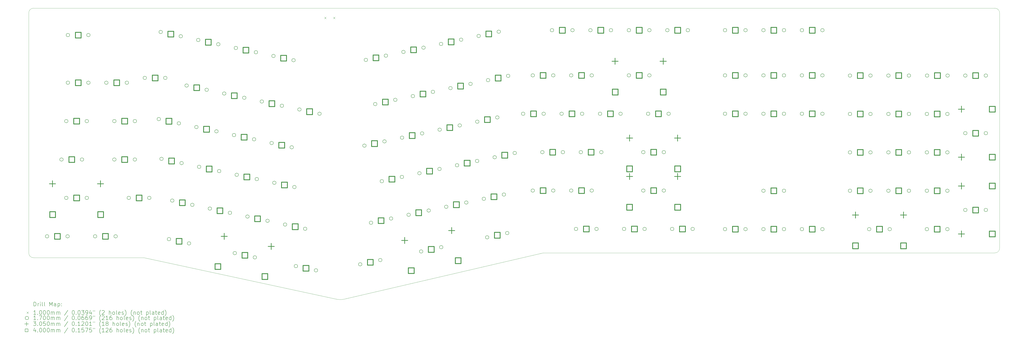
<source format=gbr>
%TF.GenerationSoftware,KiCad,Pcbnew,(6.0.9)*%
%TF.CreationDate,2022-12-16T23:57:10-05:00*%
%TF.ProjectId,rp2040 keeb,72703230-3430-4206-9b65-65622e6b6963,rev?*%
%TF.SameCoordinates,Original*%
%TF.FileFunction,Drillmap*%
%TF.FilePolarity,Positive*%
%FSLAX45Y45*%
G04 Gerber Fmt 4.5, Leading zero omitted, Abs format (unit mm)*
G04 Created by KiCad (PCBNEW (6.0.9)) date 2022-12-16 23:57:10*
%MOMM*%
%LPD*%
G01*
G04 APERTURE LIST*
%ADD10C,0.100000*%
%ADD11C,0.200000*%
%ADD12C,0.170000*%
%ADD13C,0.305000*%
%ADD14C,0.400000*%
G04 APERTURE END LIST*
D10*
X53553250Y-20908375D02*
X53553250Y-9240250D01*
X11168630Y-21384120D02*
X20743375Y-23449375D01*
X5690125Y-9002120D02*
G75*
G03*
X5452000Y-9240250I5J-238130D01*
G01*
X5690125Y-9002125D02*
X53315125Y-9002125D01*
X30931375Y-21146500D02*
X21063375Y-23443375D01*
X5452000Y-9240250D02*
X5453630Y-21145995D01*
X53315125Y-21146500D02*
X30931375Y-21146500D01*
X53315125Y-21146500D02*
G75*
G03*
X53553250Y-20908375I2535J235590D01*
G01*
X20743375Y-23449375D02*
G75*
G03*
X21063375Y-23443375I147125J689655D01*
G01*
X5453630Y-21145995D02*
G75*
G03*
X5691755Y-21384120I236510J-1615D01*
G01*
X53553245Y-9240250D02*
G75*
G03*
X53315125Y-9002125I-238125J0D01*
G01*
X5691755Y-21384120D02*
X11168630Y-21384120D01*
D11*
D10*
X20096000Y-9434500D02*
X20196000Y-9534500D01*
X20196000Y-9434500D02*
X20096000Y-9534500D01*
X20536000Y-9434500D02*
X20636000Y-9534500D01*
X20636000Y-9434500D02*
X20536000Y-9534500D01*
D12*
X6445382Y-20320750D02*
G75*
G03*
X6445382Y-20320750I-85000J0D01*
G01*
X7159757Y-16510750D02*
G75*
G03*
X7159757Y-16510750I-85000J0D01*
G01*
X7397882Y-14606125D02*
G75*
G03*
X7397882Y-14606125I-85000J0D01*
G01*
X7397882Y-18415750D02*
G75*
G03*
X7397882Y-18415750I-85000J0D01*
G01*
X7461382Y-20320750D02*
G75*
G03*
X7461382Y-20320750I-85000J0D01*
G01*
X7477257Y-10336250D02*
G75*
G03*
X7477257Y-10336250I-85000J0D01*
G01*
X7477257Y-12700750D02*
G75*
G03*
X7477257Y-12700750I-85000J0D01*
G01*
X8175757Y-16510750D02*
G75*
G03*
X8175757Y-16510750I-85000J0D01*
G01*
X8413882Y-14606125D02*
G75*
G03*
X8413882Y-14606125I-85000J0D01*
G01*
X8413882Y-18415750D02*
G75*
G03*
X8413882Y-18415750I-85000J0D01*
G01*
X8493257Y-10336250D02*
G75*
G03*
X8493257Y-10336250I-85000J0D01*
G01*
X8493257Y-12700750D02*
G75*
G03*
X8493257Y-12700750I-85000J0D01*
G01*
X8826632Y-20320750D02*
G75*
G03*
X8826632Y-20320750I-85000J0D01*
G01*
X9382257Y-12700750D02*
G75*
G03*
X9382257Y-12700750I-85000J0D01*
G01*
X9779132Y-14605750D02*
G75*
G03*
X9779132Y-14605750I-85000J0D01*
G01*
X9779132Y-16510750D02*
G75*
G03*
X9779132Y-16510750I-85000J0D01*
G01*
X9842632Y-20320750D02*
G75*
G03*
X9842632Y-20320750I-85000J0D01*
G01*
X10398257Y-12700750D02*
G75*
G03*
X10398257Y-12700750I-85000J0D01*
G01*
X10493507Y-18415750D02*
G75*
G03*
X10493507Y-18415750I-85000J0D01*
G01*
X10795132Y-14605750D02*
G75*
G03*
X10795132Y-14605750I-85000J0D01*
G01*
X10795132Y-16510750D02*
G75*
G03*
X10795132Y-16510750I-85000J0D01*
G01*
X11287257Y-12462625D02*
G75*
G03*
X11287257Y-12462625I-85000J0D01*
G01*
X11509507Y-18415750D02*
G75*
G03*
X11509507Y-18415750I-85000J0D01*
G01*
X11980817Y-14504787D02*
G75*
G03*
X11980817Y-14504787I-85000J0D01*
G01*
X12074612Y-10183249D02*
G75*
G03*
X12074612Y-10183249I-85000J0D01*
G01*
X12114994Y-16477434D02*
G75*
G03*
X12114994Y-16477434I-85000J0D01*
G01*
X12303257Y-12462625D02*
G75*
G03*
X12303257Y-12462625I-85000J0D01*
G01*
X12484582Y-20461136D02*
G75*
G03*
X12484582Y-20461136I-85000J0D01*
G01*
X12647733Y-18548256D02*
G75*
G03*
X12647733Y-18548256I-85000J0D01*
G01*
X12974615Y-14716025D02*
G75*
G03*
X12974615Y-14716025I-85000J0D01*
G01*
X13068410Y-10394488D02*
G75*
G03*
X13068410Y-10394488I-85000J0D01*
G01*
X13108792Y-16688672D02*
G75*
G03*
X13108792Y-16688672I-85000J0D01*
G01*
X13358737Y-12840559D02*
G75*
G03*
X13358737Y-12840559I-85000J0D01*
G01*
X13478380Y-20672374D02*
G75*
G03*
X13478380Y-20672374I-85000J0D01*
G01*
X13641531Y-18759494D02*
G75*
G03*
X13641531Y-18759494I-85000J0D01*
G01*
X13844188Y-14900859D02*
G75*
G03*
X13844188Y-14900859I-85000J0D01*
G01*
X13935366Y-10581487D02*
G75*
G03*
X13935366Y-10581487I-85000J0D01*
G01*
X13978365Y-16873506D02*
G75*
G03*
X13978365Y-16873506I-85000J0D01*
G01*
X14352535Y-13051797D02*
G75*
G03*
X14352535Y-13051797I-85000J0D01*
G01*
X14511104Y-18944328D02*
G75*
G03*
X14511104Y-18944328I-85000J0D01*
G01*
X14837986Y-15112097D02*
G75*
G03*
X14837986Y-15112097I-85000J0D01*
G01*
X14929164Y-10792726D02*
G75*
G03*
X14929164Y-10792726I-85000J0D01*
G01*
X14972163Y-17084744D02*
G75*
G03*
X14972163Y-17084744I-85000J0D01*
G01*
X15222108Y-13236631D02*
G75*
G03*
X15222108Y-13236631I-85000J0D01*
G01*
X15504902Y-19155566D02*
G75*
G03*
X15504902Y-19155566I-85000J0D01*
G01*
X15707560Y-15296930D02*
G75*
G03*
X15707560Y-15296930I-85000J0D01*
G01*
X15745482Y-21154262D02*
G75*
G03*
X15745482Y-21154262I-85000J0D01*
G01*
X15798737Y-10977559D02*
G75*
G03*
X15798737Y-10977559I-85000J0D01*
G01*
X15841736Y-17269578D02*
G75*
G03*
X15841736Y-17269578I-85000J0D01*
G01*
X16215906Y-13447869D02*
G75*
G03*
X16215906Y-13447869I-85000J0D01*
G01*
X16374475Y-19340400D02*
G75*
G03*
X16374475Y-19340400I-85000J0D01*
G01*
X16701358Y-15508169D02*
G75*
G03*
X16701358Y-15508169I-85000J0D01*
G01*
X16739280Y-21365500D02*
G75*
G03*
X16739280Y-21365500I-85000J0D01*
G01*
X16792535Y-11188797D02*
G75*
G03*
X16792535Y-11188797I-85000J0D01*
G01*
X16835534Y-17480816D02*
G75*
G03*
X16835534Y-17480816I-85000J0D01*
G01*
X17085479Y-13632703D02*
G75*
G03*
X17085479Y-13632703I-85000J0D01*
G01*
X17368273Y-19551638D02*
G75*
G03*
X17368273Y-19551638I-85000J0D01*
G01*
X17570931Y-15693002D02*
G75*
G03*
X17570931Y-15693002I-85000J0D01*
G01*
X17662108Y-11373631D02*
G75*
G03*
X17662108Y-11373631I-85000J0D01*
G01*
X17705108Y-17665650D02*
G75*
G03*
X17705108Y-17665650I-85000J0D01*
G01*
X18079277Y-13843941D02*
G75*
G03*
X18079277Y-13843941I-85000J0D01*
G01*
X18237846Y-19736471D02*
G75*
G03*
X18237846Y-19736471I-85000J0D01*
G01*
X18564729Y-15904240D02*
G75*
G03*
X18564729Y-15904240I-85000J0D01*
G01*
X18655906Y-11584869D02*
G75*
G03*
X18655906Y-11584869I-85000J0D01*
G01*
X18698906Y-17876888D02*
G75*
G03*
X18698906Y-17876888I-85000J0D01*
G01*
X18773460Y-21797878D02*
G75*
G03*
X18773460Y-21797878I-85000J0D01*
G01*
X18948851Y-14028774D02*
G75*
G03*
X18948851Y-14028774I-85000J0D01*
G01*
X19231644Y-19947709D02*
G75*
G03*
X19231644Y-19947709I-85000J0D01*
G01*
X19767258Y-22009117D02*
G75*
G03*
X19767258Y-22009117I-85000J0D01*
G01*
X19942649Y-14240013D02*
G75*
G03*
X19942649Y-14240013I-85000J0D01*
G01*
X21959441Y-21709719D02*
G75*
G03*
X21959441Y-21709719I-85000J0D01*
G01*
X22168754Y-15822551D02*
G75*
G03*
X22168754Y-15822551I-85000J0D01*
G01*
X22238540Y-11569595D02*
G75*
G03*
X22238540Y-11569595I-85000J0D01*
G01*
X22495055Y-19648311D02*
G75*
G03*
X22495055Y-19648311I-85000J0D01*
G01*
X22704368Y-13761144D02*
G75*
G03*
X22704368Y-13761144I-85000J0D01*
G01*
X22953239Y-21498480D02*
G75*
G03*
X22953239Y-21498480I-85000J0D01*
G01*
X23030669Y-17586904D02*
G75*
G03*
X23030669Y-17586904I-85000J0D01*
G01*
X23162552Y-15611313D02*
G75*
G03*
X23162552Y-15611313I-85000J0D01*
G01*
X23232338Y-11358357D02*
G75*
G03*
X23232338Y-11358357I-85000J0D01*
G01*
X23488853Y-19437073D02*
G75*
G03*
X23488853Y-19437073I-85000J0D01*
G01*
X23698166Y-13549906D02*
G75*
G03*
X23698166Y-13549906I-85000J0D01*
G01*
X24024467Y-17375666D02*
G75*
G03*
X24024467Y-17375666I-85000J0D01*
G01*
X24032125Y-15426479D02*
G75*
G03*
X24032125Y-15426479I-85000J0D01*
G01*
X24101911Y-11173523D02*
G75*
G03*
X24101911Y-11173523I-85000J0D01*
G01*
X24358426Y-19252240D02*
G75*
G03*
X24358426Y-19252240I-85000J0D01*
G01*
X24567739Y-13365072D02*
G75*
G03*
X24567739Y-13365072I-85000J0D01*
G01*
X24894040Y-17190833D02*
G75*
G03*
X24894040Y-17190833I-85000J0D01*
G01*
X24979101Y-21071619D02*
G75*
G03*
X24979101Y-21071619I-85000J0D01*
G01*
X25025923Y-15215241D02*
G75*
G03*
X25025923Y-15215241I-85000J0D01*
G01*
X25095709Y-10962285D02*
G75*
G03*
X25095709Y-10962285I-85000J0D01*
G01*
X25352224Y-19041001D02*
G75*
G03*
X25352224Y-19041001I-85000J0D01*
G01*
X25561537Y-13153834D02*
G75*
G03*
X25561537Y-13153834I-85000J0D01*
G01*
X25887838Y-16979594D02*
G75*
G03*
X25887838Y-16979594I-85000J0D01*
G01*
X25895497Y-15030408D02*
G75*
G03*
X25895497Y-15030408I-85000J0D01*
G01*
X25965282Y-10777451D02*
G75*
G03*
X25965282Y-10777451I-85000J0D01*
G01*
X25972899Y-20860381D02*
G75*
G03*
X25972899Y-20860381I-85000J0D01*
G01*
X26221797Y-18856168D02*
G75*
G03*
X26221797Y-18856168I-85000J0D01*
G01*
X26431110Y-12969000D02*
G75*
G03*
X26431110Y-12969000I-85000J0D01*
G01*
X26757411Y-16794761D02*
G75*
G03*
X26757411Y-16794761I-85000J0D01*
G01*
X26889294Y-14819169D02*
G75*
G03*
X26889294Y-14819169I-85000J0D01*
G01*
X26959080Y-10566213D02*
G75*
G03*
X26959080Y-10566213I-85000J0D01*
G01*
X27215595Y-18644930D02*
G75*
G03*
X27215595Y-18644930I-85000J0D01*
G01*
X27424908Y-12757762D02*
G75*
G03*
X27424908Y-12757762I-85000J0D01*
G01*
X27751209Y-16583522D02*
G75*
G03*
X27751209Y-16583522I-85000J0D01*
G01*
X27758868Y-14634336D02*
G75*
G03*
X27758868Y-14634336I-85000J0D01*
G01*
X27828653Y-10381380D02*
G75*
G03*
X27828653Y-10381380I-85000J0D01*
G01*
X28085168Y-18460096D02*
G75*
G03*
X28085168Y-18460096I-85000J0D01*
G01*
X28249101Y-20370619D02*
G75*
G03*
X28249101Y-20370619I-85000J0D01*
G01*
X28294482Y-12572929D02*
G75*
G03*
X28294482Y-12572929I-85000J0D01*
G01*
X28620782Y-16398689D02*
G75*
G03*
X28620782Y-16398689I-85000J0D01*
G01*
X28752666Y-14423097D02*
G75*
G03*
X28752666Y-14423097I-85000J0D01*
G01*
X28822451Y-10170141D02*
G75*
G03*
X28822451Y-10170141I-85000J0D01*
G01*
X29078966Y-18248858D02*
G75*
G03*
X29078966Y-18248858I-85000J0D01*
G01*
X29242899Y-20159381D02*
G75*
G03*
X29242899Y-20159381I-85000J0D01*
G01*
X29288279Y-12361690D02*
G75*
G03*
X29288279Y-12361690I-85000J0D01*
G01*
X29614580Y-16187451D02*
G75*
G03*
X29614580Y-16187451I-85000J0D01*
G01*
X30032125Y-14240875D02*
G75*
G03*
X30032125Y-14240875I-85000J0D01*
G01*
X30508375Y-12335875D02*
G75*
G03*
X30508375Y-12335875I-85000J0D01*
G01*
X30508375Y-18050875D02*
G75*
G03*
X30508375Y-18050875I-85000J0D01*
G01*
X30984625Y-16145875D02*
G75*
G03*
X30984625Y-16145875I-85000J0D01*
G01*
X31048125Y-14240875D02*
G75*
G03*
X31048125Y-14240875I-85000J0D01*
G01*
X31460875Y-10095365D02*
G75*
G03*
X31460875Y-10095365I-85000J0D01*
G01*
X31524375Y-12335875D02*
G75*
G03*
X31524375Y-12335875I-85000J0D01*
G01*
X31524375Y-18050875D02*
G75*
G03*
X31524375Y-18050875I-85000J0D01*
G01*
X31937125Y-14240875D02*
G75*
G03*
X31937125Y-14240875I-85000J0D01*
G01*
X32000625Y-16145875D02*
G75*
G03*
X32000625Y-16145875I-85000J0D01*
G01*
X32413375Y-12335875D02*
G75*
G03*
X32413375Y-12335875I-85000J0D01*
G01*
X32413375Y-18050875D02*
G75*
G03*
X32413375Y-18050875I-85000J0D01*
G01*
X32476875Y-10095365D02*
G75*
G03*
X32476875Y-10095365I-85000J0D01*
G01*
X32651500Y-19955875D02*
G75*
G03*
X32651500Y-19955875I-85000J0D01*
G01*
X32889625Y-16145875D02*
G75*
G03*
X32889625Y-16145875I-85000J0D01*
G01*
X32953125Y-14240875D02*
G75*
G03*
X32953125Y-14240875I-85000J0D01*
G01*
X33365875Y-10095365D02*
G75*
G03*
X33365875Y-10095365I-85000J0D01*
G01*
X33429375Y-12335875D02*
G75*
G03*
X33429375Y-12335875I-85000J0D01*
G01*
X33429375Y-18050875D02*
G75*
G03*
X33429375Y-18050875I-85000J0D01*
G01*
X33667500Y-19955875D02*
G75*
G03*
X33667500Y-19955875I-85000J0D01*
G01*
X33842125Y-14240875D02*
G75*
G03*
X33842125Y-14240875I-85000J0D01*
G01*
X33905625Y-16145875D02*
G75*
G03*
X33905625Y-16145875I-85000J0D01*
G01*
X34381875Y-10095365D02*
G75*
G03*
X34381875Y-10095365I-85000J0D01*
G01*
X34858125Y-14240875D02*
G75*
G03*
X34858125Y-14240875I-85000J0D01*
G01*
X35032750Y-19955875D02*
G75*
G03*
X35032750Y-19955875I-85000J0D01*
G01*
X35270875Y-10095365D02*
G75*
G03*
X35270875Y-10095365I-85000J0D01*
G01*
X35270875Y-12335875D02*
G75*
G03*
X35270875Y-12335875I-85000J0D01*
G01*
X35985250Y-16145875D02*
G75*
G03*
X35985250Y-16145875I-85000J0D01*
G01*
X35985250Y-18050875D02*
G75*
G03*
X35985250Y-18050875I-85000J0D01*
G01*
X36048750Y-19955875D02*
G75*
G03*
X36048750Y-19955875I-85000J0D01*
G01*
X36223375Y-14240875D02*
G75*
G03*
X36223375Y-14240875I-85000J0D01*
G01*
X36286875Y-10095365D02*
G75*
G03*
X36286875Y-10095365I-85000J0D01*
G01*
X36286875Y-12335875D02*
G75*
G03*
X36286875Y-12335875I-85000J0D01*
G01*
X37001250Y-16145875D02*
G75*
G03*
X37001250Y-16145875I-85000J0D01*
G01*
X37001250Y-18050875D02*
G75*
G03*
X37001250Y-18050875I-85000J0D01*
G01*
X37175875Y-10095365D02*
G75*
G03*
X37175875Y-10095365I-85000J0D01*
G01*
X37239375Y-14240875D02*
G75*
G03*
X37239375Y-14240875I-85000J0D01*
G01*
X37414000Y-19955875D02*
G75*
G03*
X37414000Y-19955875I-85000J0D01*
G01*
X38191875Y-10095365D02*
G75*
G03*
X38191875Y-10095365I-85000J0D01*
G01*
X38430000Y-19955875D02*
G75*
G03*
X38430000Y-19955875I-85000J0D01*
G01*
X40033375Y-10095365D02*
G75*
G03*
X40033375Y-10095365I-85000J0D01*
G01*
X40033375Y-12335875D02*
G75*
G03*
X40033375Y-12335875I-85000J0D01*
G01*
X40033375Y-14240875D02*
G75*
G03*
X40033375Y-14240875I-85000J0D01*
G01*
X40033375Y-19965875D02*
G75*
G03*
X40033375Y-19965875I-85000J0D01*
G01*
X41049375Y-10095365D02*
G75*
G03*
X41049375Y-10095365I-85000J0D01*
G01*
X41049375Y-12335875D02*
G75*
G03*
X41049375Y-12335875I-85000J0D01*
G01*
X41049375Y-14240875D02*
G75*
G03*
X41049375Y-14240875I-85000J0D01*
G01*
X41049375Y-19965875D02*
G75*
G03*
X41049375Y-19965875I-85000J0D01*
G01*
X41938375Y-10095365D02*
G75*
G03*
X41938375Y-10095365I-85000J0D01*
G01*
X41938375Y-12335875D02*
G75*
G03*
X41938375Y-12335875I-85000J0D01*
G01*
X41938375Y-14240875D02*
G75*
G03*
X41938375Y-14240875I-85000J0D01*
G01*
X41938375Y-18060875D02*
G75*
G03*
X41938375Y-18060875I-85000J0D01*
G01*
X41938375Y-19965875D02*
G75*
G03*
X41938375Y-19965875I-85000J0D01*
G01*
X42954375Y-10095365D02*
G75*
G03*
X42954375Y-10095365I-85000J0D01*
G01*
X42954375Y-12335875D02*
G75*
G03*
X42954375Y-12335875I-85000J0D01*
G01*
X42954375Y-14240875D02*
G75*
G03*
X42954375Y-14240875I-85000J0D01*
G01*
X42954375Y-18060875D02*
G75*
G03*
X42954375Y-18060875I-85000J0D01*
G01*
X42954375Y-19965875D02*
G75*
G03*
X42954375Y-19965875I-85000J0D01*
G01*
X43843375Y-10095365D02*
G75*
G03*
X43843375Y-10095365I-85000J0D01*
G01*
X43843375Y-12335875D02*
G75*
G03*
X43843375Y-12335875I-85000J0D01*
G01*
X43843375Y-14240875D02*
G75*
G03*
X43843375Y-14240875I-85000J0D01*
G01*
X43843375Y-19965875D02*
G75*
G03*
X43843375Y-19965875I-85000J0D01*
G01*
X44859375Y-10095365D02*
G75*
G03*
X44859375Y-10095365I-85000J0D01*
G01*
X44859375Y-12335875D02*
G75*
G03*
X44859375Y-12335875I-85000J0D01*
G01*
X44859375Y-14240875D02*
G75*
G03*
X44859375Y-14240875I-85000J0D01*
G01*
X44859375Y-19965875D02*
G75*
G03*
X44859375Y-19965875I-85000J0D01*
G01*
X46224000Y-12345875D02*
G75*
G03*
X46224000Y-12345875I-85000J0D01*
G01*
X46224000Y-14250875D02*
G75*
G03*
X46224000Y-14250875I-85000J0D01*
G01*
X46224000Y-16155875D02*
G75*
G03*
X46224000Y-16155875I-85000J0D01*
G01*
X46224000Y-18060875D02*
G75*
G03*
X46224000Y-18060875I-85000J0D01*
G01*
X47176500Y-19965875D02*
G75*
G03*
X47176500Y-19965875I-85000J0D01*
G01*
X47240000Y-12345875D02*
G75*
G03*
X47240000Y-12345875I-85000J0D01*
G01*
X47240000Y-14250875D02*
G75*
G03*
X47240000Y-14250875I-85000J0D01*
G01*
X47240000Y-16155875D02*
G75*
G03*
X47240000Y-16155875I-85000J0D01*
G01*
X47240000Y-18060875D02*
G75*
G03*
X47240000Y-18060875I-85000J0D01*
G01*
X48129000Y-12345875D02*
G75*
G03*
X48129000Y-12345875I-85000J0D01*
G01*
X48129000Y-14250875D02*
G75*
G03*
X48129000Y-14250875I-85000J0D01*
G01*
X48129000Y-16155875D02*
G75*
G03*
X48129000Y-16155875I-85000J0D01*
G01*
X48129000Y-18060875D02*
G75*
G03*
X48129000Y-18060875I-85000J0D01*
G01*
X48192500Y-19965875D02*
G75*
G03*
X48192500Y-19965875I-85000J0D01*
G01*
X49145000Y-12345875D02*
G75*
G03*
X49145000Y-12345875I-85000J0D01*
G01*
X49145000Y-14250875D02*
G75*
G03*
X49145000Y-14250875I-85000J0D01*
G01*
X49145000Y-16155875D02*
G75*
G03*
X49145000Y-16155875I-85000J0D01*
G01*
X49145000Y-18060875D02*
G75*
G03*
X49145000Y-18060875I-85000J0D01*
G01*
X50034000Y-14250875D02*
G75*
G03*
X50034000Y-14250875I-85000J0D01*
G01*
X50034000Y-16155875D02*
G75*
G03*
X50034000Y-16155875I-85000J0D01*
G01*
X50034000Y-18060875D02*
G75*
G03*
X50034000Y-18060875I-85000J0D01*
G01*
X50034000Y-19965875D02*
G75*
G03*
X50034000Y-19965875I-85000J0D01*
G01*
X50044000Y-12345875D02*
G75*
G03*
X50044000Y-12345875I-85000J0D01*
G01*
X51050000Y-14250875D02*
G75*
G03*
X51050000Y-14250875I-85000J0D01*
G01*
X51050000Y-16155875D02*
G75*
G03*
X51050000Y-16155875I-85000J0D01*
G01*
X51050000Y-18060875D02*
G75*
G03*
X51050000Y-18060875I-85000J0D01*
G01*
X51050000Y-19965875D02*
G75*
G03*
X51050000Y-19965875I-85000J0D01*
G01*
X51060000Y-12345875D02*
G75*
G03*
X51060000Y-12345875I-85000J0D01*
G01*
X51939000Y-12345875D02*
G75*
G03*
X51939000Y-12345875I-85000J0D01*
G01*
X51939000Y-15203375D02*
G75*
G03*
X51939000Y-15203375I-85000J0D01*
G01*
X51939000Y-19013375D02*
G75*
G03*
X51939000Y-19013375I-85000J0D01*
G01*
X52955000Y-12345875D02*
G75*
G03*
X52955000Y-12345875I-85000J0D01*
G01*
X52955000Y-15203375D02*
G75*
G03*
X52955000Y-15203375I-85000J0D01*
G01*
X52955000Y-19013375D02*
G75*
G03*
X52955000Y-19013375I-85000J0D01*
G01*
D13*
X6630882Y-17563250D02*
X6630882Y-17868250D01*
X6478382Y-17715750D02*
X6783382Y-17715750D01*
X9010882Y-17563250D02*
X9010882Y-17868250D01*
X8858382Y-17715750D02*
X9163382Y-17715750D01*
X15138923Y-20175262D02*
X15138923Y-20480262D01*
X14986423Y-20327762D02*
X15291423Y-20327762D01*
X17466915Y-20670092D02*
X17466915Y-20975092D01*
X17314415Y-20822592D02*
X17619415Y-20822592D01*
X24081466Y-20376212D02*
X24081466Y-20681212D01*
X23928966Y-20528712D02*
X24233966Y-20528712D01*
X26409457Y-19881382D02*
X26409457Y-20186382D01*
X26256957Y-20033882D02*
X26561957Y-20033882D01*
X34503875Y-11483375D02*
X34503875Y-11788375D01*
X34351375Y-11635875D02*
X34656375Y-11635875D01*
X35218250Y-15293375D02*
X35218250Y-15598375D01*
X35065750Y-15445875D02*
X35370750Y-15445875D01*
X35218250Y-17198375D02*
X35218250Y-17503375D01*
X35065750Y-17350875D02*
X35370750Y-17350875D01*
X36883875Y-11483375D02*
X36883875Y-11788375D01*
X36731375Y-11635875D02*
X37036375Y-11635875D01*
X37598250Y-15293375D02*
X37598250Y-15598375D01*
X37445750Y-15445875D02*
X37750750Y-15445875D01*
X37598250Y-17198375D02*
X37598250Y-17503375D01*
X37445750Y-17350875D02*
X37750750Y-17350875D01*
X46409500Y-19113375D02*
X46409500Y-19418375D01*
X46257000Y-19265875D02*
X46562000Y-19265875D01*
X48789500Y-19113375D02*
X48789500Y-19418375D01*
X48637000Y-19265875D02*
X48942000Y-19265875D01*
X51662000Y-13860875D02*
X51662000Y-14165875D01*
X51509500Y-14013375D02*
X51814500Y-14013375D01*
X51662000Y-16240875D02*
X51662000Y-16545875D01*
X51509500Y-16393375D02*
X51814500Y-16393375D01*
X51662000Y-17670875D02*
X51662000Y-17975875D01*
X51509500Y-17823375D02*
X51814500Y-17823375D01*
X51662000Y-20050875D02*
X51662000Y-20355875D01*
X51509500Y-20203375D02*
X51814500Y-20203375D01*
D14*
X6772305Y-19381173D02*
X6772305Y-19098327D01*
X6489459Y-19098327D01*
X6489459Y-19381173D01*
X6772305Y-19381173D01*
X7009805Y-20462173D02*
X7009805Y-20179327D01*
X6726959Y-20179327D01*
X6726959Y-20462173D01*
X7009805Y-20462173D01*
X7724180Y-16652173D02*
X7724180Y-16369327D01*
X7441334Y-16369327D01*
X7441334Y-16652173D01*
X7724180Y-16652173D01*
X7962305Y-14747548D02*
X7962305Y-14464702D01*
X7679459Y-14464702D01*
X7679459Y-14747548D01*
X7962305Y-14747548D01*
X7962305Y-18557173D02*
X7962305Y-18274327D01*
X7679459Y-18274327D01*
X7679459Y-18557173D01*
X7962305Y-18557173D01*
X8041679Y-10477673D02*
X8041679Y-10194827D01*
X7758834Y-10194827D01*
X7758834Y-10477673D01*
X8041679Y-10477673D01*
X8041679Y-12842173D02*
X8041679Y-12559327D01*
X7758834Y-12559327D01*
X7758834Y-12842173D01*
X8041679Y-12842173D01*
X9152305Y-19381173D02*
X9152305Y-19098327D01*
X8869459Y-19098327D01*
X8869459Y-19381173D01*
X9152305Y-19381173D01*
X9391055Y-20462173D02*
X9391055Y-20179327D01*
X9108209Y-20179327D01*
X9108209Y-20462173D01*
X9391055Y-20462173D01*
X9946680Y-12842173D02*
X9946680Y-12559327D01*
X9663834Y-12559327D01*
X9663834Y-12842173D01*
X9946680Y-12842173D01*
X10343555Y-14747173D02*
X10343555Y-14464327D01*
X10060709Y-14464327D01*
X10060709Y-14747173D01*
X10343555Y-14747173D01*
X10343555Y-16652173D02*
X10343555Y-16369327D01*
X10060709Y-16369327D01*
X10060709Y-16652173D01*
X10343555Y-16652173D01*
X11057930Y-18557173D02*
X11057930Y-18274327D01*
X10775084Y-18274327D01*
X10775084Y-18557173D01*
X11057930Y-18557173D01*
X11851679Y-12604048D02*
X11851679Y-12321202D01*
X11568834Y-12321202D01*
X11568834Y-12604048D01*
X11851679Y-12604048D01*
X12534139Y-14751828D02*
X12534139Y-14468983D01*
X12251294Y-14468983D01*
X12251294Y-14751828D01*
X12534139Y-14751828D01*
X12627934Y-10430291D02*
X12627934Y-10147446D01*
X12345089Y-10147446D01*
X12345089Y-10430291D01*
X12627934Y-10430291D01*
X12668315Y-16724476D02*
X12668315Y-16441630D01*
X12385470Y-16441630D01*
X12385470Y-16724476D01*
X12668315Y-16724476D01*
X13037904Y-20708178D02*
X13037904Y-20425332D01*
X12755059Y-20425332D01*
X12755059Y-20708178D01*
X13037904Y-20708178D01*
X13201055Y-18795298D02*
X13201055Y-18512452D01*
X12918209Y-18512452D01*
X12918209Y-18795298D01*
X13201055Y-18795298D01*
X13912059Y-13087601D02*
X13912059Y-12804756D01*
X13629213Y-12804756D01*
X13629213Y-13087601D01*
X13912059Y-13087601D01*
X14397510Y-15147901D02*
X14397510Y-14865055D01*
X14114665Y-14865055D01*
X14114665Y-15147901D01*
X14397510Y-15147901D01*
X14488687Y-10828529D02*
X14488687Y-10545684D01*
X14205842Y-10545684D01*
X14205842Y-10828529D01*
X14488687Y-10828529D01*
X14531686Y-17120548D02*
X14531686Y-16837702D01*
X14248841Y-16837702D01*
X14248841Y-17120548D01*
X14531686Y-17120548D01*
X14963489Y-21959882D02*
X14963489Y-21677037D01*
X14680643Y-21677037D01*
X14680643Y-21959882D01*
X14963489Y-21959882D01*
X15064425Y-19191369D02*
X15064425Y-18908524D01*
X14781580Y-18908524D01*
X14781580Y-19191369D01*
X15064425Y-19191369D01*
X15775430Y-13483673D02*
X15775430Y-13200827D01*
X15492584Y-13200827D01*
X15492584Y-13483673D01*
X15775430Y-13483673D01*
X16260881Y-15543972D02*
X16260881Y-15261127D01*
X15978036Y-15261127D01*
X15978036Y-15543972D01*
X16260881Y-15543972D01*
X16298804Y-21401303D02*
X16298804Y-21118458D01*
X16015958Y-21118458D01*
X16015958Y-21401303D01*
X16298804Y-21401303D01*
X16352059Y-11224601D02*
X16352059Y-10941755D01*
X16069213Y-10941755D01*
X16069213Y-11224601D01*
X16352059Y-11224601D01*
X16395058Y-17516620D02*
X16395058Y-17233774D01*
X16112212Y-17233774D01*
X16112212Y-17516620D01*
X16395058Y-17516620D01*
X16927797Y-19587442D02*
X16927797Y-19304596D01*
X16644951Y-19304596D01*
X16644951Y-19587442D01*
X16927797Y-19587442D01*
X17291480Y-22454712D02*
X17291480Y-22171866D01*
X17008635Y-22171866D01*
X17008635Y-22454712D01*
X17291480Y-22454712D01*
X17638801Y-13879744D02*
X17638801Y-13596899D01*
X17355956Y-13596899D01*
X17355956Y-13879744D01*
X17638801Y-13879744D01*
X18124253Y-15940044D02*
X18124253Y-15657198D01*
X17841407Y-15657198D01*
X17841407Y-15940044D01*
X18124253Y-15940044D01*
X18215430Y-11620673D02*
X18215430Y-11337827D01*
X17932584Y-11337827D01*
X17932584Y-11620673D01*
X18215430Y-11620673D01*
X18258429Y-17912691D02*
X18258429Y-17629846D01*
X17975584Y-17629846D01*
X17975584Y-17912691D01*
X18258429Y-17912691D01*
X18791168Y-19983513D02*
X18791168Y-19700667D01*
X18508323Y-19700667D01*
X18508323Y-19983513D01*
X18791168Y-19983513D01*
X19326782Y-22044920D02*
X19326782Y-21762075D01*
X19043937Y-21762075D01*
X19043937Y-22044920D01*
X19326782Y-22044920D01*
X19502172Y-14275816D02*
X19502172Y-13992971D01*
X19219327Y-13992971D01*
X19219327Y-14275816D01*
X19502172Y-14275816D01*
X22512763Y-21745522D02*
X22512763Y-21462677D01*
X22229917Y-21462677D01*
X22229917Y-21745522D01*
X22512763Y-21745522D01*
X22722076Y-15858355D02*
X22722076Y-15575509D01*
X22439230Y-15575509D01*
X22439230Y-15858355D01*
X22722076Y-15858355D01*
X22791861Y-11605398D02*
X22791861Y-11322553D01*
X22509016Y-11322553D01*
X22509016Y-11605398D01*
X22791861Y-11605398D01*
X23048377Y-19684115D02*
X23048377Y-19401270D01*
X22765531Y-19401270D01*
X22765531Y-19684115D01*
X23048377Y-19684115D01*
X23257690Y-13796948D02*
X23257690Y-13514102D01*
X22974844Y-13514102D01*
X22974844Y-13796948D01*
X23257690Y-13796948D01*
X23583990Y-17622708D02*
X23583990Y-17339863D01*
X23301145Y-17339863D01*
X23301145Y-17622708D01*
X23583990Y-17622708D01*
X24539746Y-22160831D02*
X24539746Y-21877986D01*
X24256901Y-21877986D01*
X24256901Y-22160831D01*
X24539746Y-22160831D01*
X24585447Y-15462283D02*
X24585447Y-15179438D01*
X24302602Y-15179438D01*
X24302602Y-15462283D01*
X24585447Y-15462283D01*
X24655233Y-11209327D02*
X24655233Y-10926481D01*
X24372387Y-10926481D01*
X24372387Y-11209327D01*
X24655233Y-11209327D01*
X24911748Y-19288043D02*
X24911748Y-19005198D01*
X24628902Y-19005198D01*
X24628902Y-19288043D01*
X24911748Y-19288043D01*
X25121061Y-13400876D02*
X25121061Y-13118030D01*
X24838215Y-13118030D01*
X24838215Y-13400876D01*
X25121061Y-13400876D01*
X25447362Y-17226636D02*
X25447362Y-16943791D01*
X25164516Y-16943791D01*
X25164516Y-17226636D01*
X25447362Y-17226636D01*
X25532423Y-21107423D02*
X25532423Y-20824577D01*
X25249577Y-20824577D01*
X25249577Y-21107423D01*
X25532423Y-21107423D01*
X26448818Y-15066211D02*
X26448818Y-14783366D01*
X26165973Y-14783366D01*
X26165973Y-15066211D01*
X26448818Y-15066211D01*
X26518604Y-10813255D02*
X26518604Y-10530410D01*
X26235758Y-10530410D01*
X26235758Y-10813255D01*
X26518604Y-10813255D01*
X26775119Y-18891972D02*
X26775119Y-18609126D01*
X26492273Y-18609126D01*
X26492273Y-18891972D01*
X26775119Y-18891972D01*
X26867738Y-21666002D02*
X26867738Y-21383156D01*
X26584892Y-21383156D01*
X26584892Y-21666002D01*
X26867738Y-21666002D01*
X26984432Y-13004804D02*
X26984432Y-12721959D01*
X26701587Y-12721959D01*
X26701587Y-13004804D01*
X26984432Y-13004804D01*
X27310733Y-16830564D02*
X27310733Y-16547719D01*
X27027887Y-16547719D01*
X27027887Y-16830564D01*
X27310733Y-16830564D01*
X28312189Y-14670139D02*
X28312189Y-14387294D01*
X28029344Y-14387294D01*
X28029344Y-14670139D01*
X28312189Y-14670139D01*
X28381975Y-10417183D02*
X28381975Y-10134338D01*
X28099130Y-10134338D01*
X28099130Y-10417183D01*
X28381975Y-10417183D01*
X28638490Y-18495900D02*
X28638490Y-18213054D01*
X28355645Y-18213054D01*
X28355645Y-18495900D01*
X28638490Y-18495900D01*
X28802423Y-20406423D02*
X28802423Y-20123577D01*
X28519577Y-20123577D01*
X28519577Y-20406423D01*
X28802423Y-20406423D01*
X28847803Y-12608732D02*
X28847803Y-12325887D01*
X28564958Y-12325887D01*
X28564958Y-12608732D01*
X28847803Y-12608732D01*
X29174104Y-16434493D02*
X29174104Y-16151647D01*
X28891259Y-16151647D01*
X28891259Y-16434493D01*
X29174104Y-16434493D01*
X30596548Y-14382298D02*
X30596548Y-14099452D01*
X30313702Y-14099452D01*
X30313702Y-14382298D01*
X30596548Y-14382298D01*
X31072798Y-12477298D02*
X31072798Y-12194452D01*
X30789952Y-12194452D01*
X30789952Y-12477298D01*
X31072798Y-12477298D01*
X31072798Y-18192298D02*
X31072798Y-17909452D01*
X30789952Y-17909452D01*
X30789952Y-18192298D01*
X31072798Y-18192298D01*
X31549048Y-16287298D02*
X31549048Y-16004452D01*
X31266202Y-16004452D01*
X31266202Y-16287298D01*
X31549048Y-16287298D01*
X32025298Y-10236788D02*
X32025298Y-9953943D01*
X31742452Y-9953943D01*
X31742452Y-10236788D01*
X32025298Y-10236788D01*
X32501548Y-14382298D02*
X32501548Y-14099452D01*
X32218702Y-14099452D01*
X32218702Y-14382298D01*
X32501548Y-14382298D01*
X32977798Y-12477298D02*
X32977798Y-12194452D01*
X32694952Y-12194452D01*
X32694952Y-12477298D01*
X32977798Y-12477298D01*
X32977798Y-18192298D02*
X32977798Y-17909452D01*
X32694952Y-17909452D01*
X32694952Y-18192298D01*
X32977798Y-18192298D01*
X33215923Y-20097298D02*
X33215923Y-19814452D01*
X32933077Y-19814452D01*
X32933077Y-20097298D01*
X33215923Y-20097298D01*
X33454048Y-16287298D02*
X33454048Y-16004452D01*
X33171202Y-16004452D01*
X33171202Y-16287298D01*
X33454048Y-16287298D01*
X33930298Y-10236788D02*
X33930298Y-9953943D01*
X33647452Y-9953943D01*
X33647452Y-10236788D01*
X33930298Y-10236788D01*
X34406548Y-14382298D02*
X34406548Y-14099452D01*
X34123702Y-14099452D01*
X34123702Y-14382298D01*
X34406548Y-14382298D01*
X34645298Y-13301298D02*
X34645298Y-13018452D01*
X34362452Y-13018452D01*
X34362452Y-13301298D01*
X34645298Y-13301298D01*
X35359673Y-17111298D02*
X35359673Y-16828452D01*
X35076827Y-16828452D01*
X35076827Y-17111298D01*
X35359673Y-17111298D01*
X35359673Y-19016298D02*
X35359673Y-18733452D01*
X35076827Y-18733452D01*
X35076827Y-19016298D01*
X35359673Y-19016298D01*
X35597173Y-20097298D02*
X35597173Y-19814452D01*
X35314327Y-19814452D01*
X35314327Y-20097298D01*
X35597173Y-20097298D01*
X35835298Y-10236788D02*
X35835298Y-9953943D01*
X35552452Y-9953943D01*
X35552452Y-10236788D01*
X35835298Y-10236788D01*
X35835298Y-12477298D02*
X35835298Y-12194452D01*
X35552452Y-12194452D01*
X35552452Y-12477298D01*
X35835298Y-12477298D01*
X36549673Y-16287298D02*
X36549673Y-16004452D01*
X36266827Y-16004452D01*
X36266827Y-16287298D01*
X36549673Y-16287298D01*
X36549673Y-18192298D02*
X36549673Y-17909452D01*
X36266827Y-17909452D01*
X36266827Y-18192298D01*
X36549673Y-18192298D01*
X36787798Y-14382298D02*
X36787798Y-14099452D01*
X36504952Y-14099452D01*
X36504952Y-14382298D01*
X36787798Y-14382298D01*
X37025298Y-13301298D02*
X37025298Y-13018452D01*
X36742452Y-13018452D01*
X36742452Y-13301298D01*
X37025298Y-13301298D01*
X37739673Y-17111298D02*
X37739673Y-16828452D01*
X37456827Y-16828452D01*
X37456827Y-17111298D01*
X37739673Y-17111298D01*
X37739673Y-19016298D02*
X37739673Y-18733452D01*
X37456827Y-18733452D01*
X37456827Y-19016298D01*
X37739673Y-19016298D01*
X37740298Y-10236788D02*
X37740298Y-9953943D01*
X37457452Y-9953943D01*
X37457452Y-10236788D01*
X37740298Y-10236788D01*
X37978423Y-20097298D02*
X37978423Y-19814452D01*
X37695577Y-19814452D01*
X37695577Y-20097298D01*
X37978423Y-20097298D01*
X40597798Y-10236788D02*
X40597798Y-9953943D01*
X40314952Y-9953943D01*
X40314952Y-10236788D01*
X40597798Y-10236788D01*
X40597798Y-12477298D02*
X40597798Y-12194452D01*
X40314952Y-12194452D01*
X40314952Y-12477298D01*
X40597798Y-12477298D01*
X40597798Y-14382298D02*
X40597798Y-14099452D01*
X40314952Y-14099452D01*
X40314952Y-14382298D01*
X40597798Y-14382298D01*
X40597798Y-20107298D02*
X40597798Y-19824452D01*
X40314952Y-19824452D01*
X40314952Y-20107298D01*
X40597798Y-20107298D01*
X42502798Y-10236788D02*
X42502798Y-9953943D01*
X42219952Y-9953943D01*
X42219952Y-10236788D01*
X42502798Y-10236788D01*
X42502798Y-12477298D02*
X42502798Y-12194452D01*
X42219952Y-12194452D01*
X42219952Y-12477298D01*
X42502798Y-12477298D01*
X42502798Y-14382298D02*
X42502798Y-14099452D01*
X42219952Y-14099452D01*
X42219952Y-14382298D01*
X42502798Y-14382298D01*
X42502798Y-18202298D02*
X42502798Y-17919452D01*
X42219952Y-17919452D01*
X42219952Y-18202298D01*
X42502798Y-18202298D01*
X42502798Y-20107298D02*
X42502798Y-19824452D01*
X42219952Y-19824452D01*
X42219952Y-20107298D01*
X42502798Y-20107298D01*
X44407798Y-10236788D02*
X44407798Y-9953943D01*
X44124952Y-9953943D01*
X44124952Y-10236788D01*
X44407798Y-10236788D01*
X44407798Y-12477298D02*
X44407798Y-12194452D01*
X44124952Y-12194452D01*
X44124952Y-12477298D01*
X44407798Y-12477298D01*
X44407798Y-14382298D02*
X44407798Y-14099452D01*
X44124952Y-14099452D01*
X44124952Y-14382298D01*
X44407798Y-14382298D01*
X44407798Y-20107298D02*
X44407798Y-19824452D01*
X44124952Y-19824452D01*
X44124952Y-20107298D01*
X44407798Y-20107298D01*
X46550923Y-20931298D02*
X46550923Y-20648452D01*
X46268077Y-20648452D01*
X46268077Y-20931298D01*
X46550923Y-20931298D01*
X46788423Y-12487298D02*
X46788423Y-12204452D01*
X46505577Y-12204452D01*
X46505577Y-12487298D01*
X46788423Y-12487298D01*
X46788423Y-14392298D02*
X46788423Y-14109452D01*
X46505577Y-14109452D01*
X46505577Y-14392298D01*
X46788423Y-14392298D01*
X46788423Y-16297298D02*
X46788423Y-16014452D01*
X46505577Y-16014452D01*
X46505577Y-16297298D01*
X46788423Y-16297298D01*
X46788423Y-18202298D02*
X46788423Y-17919452D01*
X46505577Y-17919452D01*
X46505577Y-18202298D01*
X46788423Y-18202298D01*
X47740923Y-20107298D02*
X47740923Y-19824452D01*
X47458077Y-19824452D01*
X47458077Y-20107298D01*
X47740923Y-20107298D01*
X48693423Y-12487298D02*
X48693423Y-12204452D01*
X48410577Y-12204452D01*
X48410577Y-12487298D01*
X48693423Y-12487298D01*
X48693423Y-14392298D02*
X48693423Y-14109452D01*
X48410577Y-14109452D01*
X48410577Y-14392298D01*
X48693423Y-14392298D01*
X48693423Y-16297298D02*
X48693423Y-16014452D01*
X48410577Y-16014452D01*
X48410577Y-16297298D01*
X48693423Y-16297298D01*
X48693423Y-18202298D02*
X48693423Y-17919452D01*
X48410577Y-17919452D01*
X48410577Y-18202298D01*
X48693423Y-18202298D01*
X48930923Y-20931298D02*
X48930923Y-20648452D01*
X48648077Y-20648452D01*
X48648077Y-20931298D01*
X48930923Y-20931298D01*
X50598423Y-14392298D02*
X50598423Y-14109452D01*
X50315577Y-14109452D01*
X50315577Y-14392298D01*
X50598423Y-14392298D01*
X50598423Y-16297298D02*
X50598423Y-16014452D01*
X50315577Y-16014452D01*
X50315577Y-16297298D01*
X50598423Y-16297298D01*
X50598423Y-18202298D02*
X50598423Y-17919452D01*
X50315577Y-17919452D01*
X50315577Y-18202298D01*
X50598423Y-18202298D01*
X50598423Y-20107298D02*
X50598423Y-19824452D01*
X50315577Y-19824452D01*
X50315577Y-20107298D01*
X50598423Y-20107298D01*
X50608423Y-12487298D02*
X50608423Y-12204452D01*
X50325577Y-12204452D01*
X50325577Y-12487298D01*
X50608423Y-12487298D01*
X52503423Y-12487298D02*
X52503423Y-12204452D01*
X52220577Y-12204452D01*
X52220577Y-12487298D01*
X52503423Y-12487298D01*
X52503423Y-15344798D02*
X52503423Y-15061952D01*
X52220577Y-15061952D01*
X52220577Y-15344798D01*
X52503423Y-15344798D01*
X52503423Y-19154798D02*
X52503423Y-18871952D01*
X52220577Y-18871952D01*
X52220577Y-19154798D01*
X52503423Y-19154798D01*
X53327423Y-14154798D02*
X53327423Y-13871952D01*
X53044577Y-13871952D01*
X53044577Y-14154798D01*
X53327423Y-14154798D01*
X53327423Y-16534798D02*
X53327423Y-16251952D01*
X53044577Y-16251952D01*
X53044577Y-16534798D01*
X53327423Y-16534798D01*
X53327423Y-17964798D02*
X53327423Y-17681952D01*
X53044577Y-17681952D01*
X53044577Y-17964798D01*
X53327423Y-17964798D01*
X53327423Y-20344798D02*
X53327423Y-20061952D01*
X53044577Y-20061952D01*
X53044577Y-20344798D01*
X53327423Y-20344798D01*
D11*
X5704619Y-23780370D02*
X5704619Y-23580370D01*
X5752238Y-23580370D01*
X5780809Y-23589894D01*
X5799857Y-23608941D01*
X5809381Y-23627989D01*
X5818905Y-23666084D01*
X5818905Y-23694656D01*
X5809381Y-23732751D01*
X5799857Y-23751798D01*
X5780809Y-23770846D01*
X5752238Y-23780370D01*
X5704619Y-23780370D01*
X5904619Y-23780370D02*
X5904619Y-23647036D01*
X5904619Y-23685132D02*
X5914143Y-23666084D01*
X5923667Y-23656560D01*
X5942714Y-23647036D01*
X5961762Y-23647036D01*
X6028428Y-23780370D02*
X6028428Y-23647036D01*
X6028428Y-23580370D02*
X6018905Y-23589894D01*
X6028428Y-23599417D01*
X6037952Y-23589894D01*
X6028428Y-23580370D01*
X6028428Y-23599417D01*
X6152238Y-23780370D02*
X6133190Y-23770846D01*
X6123667Y-23751798D01*
X6123667Y-23580370D01*
X6257000Y-23780370D02*
X6237952Y-23770846D01*
X6228428Y-23751798D01*
X6228428Y-23580370D01*
X6485571Y-23780370D02*
X6485571Y-23580370D01*
X6552238Y-23723227D01*
X6618905Y-23580370D01*
X6618905Y-23780370D01*
X6799857Y-23780370D02*
X6799857Y-23675608D01*
X6790333Y-23656560D01*
X6771286Y-23647036D01*
X6733190Y-23647036D01*
X6714143Y-23656560D01*
X6799857Y-23770846D02*
X6780809Y-23780370D01*
X6733190Y-23780370D01*
X6714143Y-23770846D01*
X6704619Y-23751798D01*
X6704619Y-23732751D01*
X6714143Y-23713703D01*
X6733190Y-23704179D01*
X6780809Y-23704179D01*
X6799857Y-23694656D01*
X6895095Y-23647036D02*
X6895095Y-23847036D01*
X6895095Y-23656560D02*
X6914143Y-23647036D01*
X6952238Y-23647036D01*
X6971286Y-23656560D01*
X6980809Y-23666084D01*
X6990333Y-23685132D01*
X6990333Y-23742275D01*
X6980809Y-23761322D01*
X6971286Y-23770846D01*
X6952238Y-23780370D01*
X6914143Y-23780370D01*
X6895095Y-23770846D01*
X7076048Y-23761322D02*
X7085571Y-23770846D01*
X7076048Y-23780370D01*
X7066524Y-23770846D01*
X7076048Y-23761322D01*
X7076048Y-23780370D01*
X7076048Y-23656560D02*
X7085571Y-23666084D01*
X7076048Y-23675608D01*
X7066524Y-23666084D01*
X7076048Y-23656560D01*
X7076048Y-23675608D01*
D10*
X5347000Y-24059894D02*
X5447000Y-24159894D01*
X5447000Y-24059894D02*
X5347000Y-24159894D01*
D11*
X5809381Y-24200370D02*
X5695095Y-24200370D01*
X5752238Y-24200370D02*
X5752238Y-24000370D01*
X5733190Y-24028941D01*
X5714143Y-24047989D01*
X5695095Y-24057513D01*
X5895095Y-24181322D02*
X5904619Y-24190846D01*
X5895095Y-24200370D01*
X5885571Y-24190846D01*
X5895095Y-24181322D01*
X5895095Y-24200370D01*
X6028428Y-24000370D02*
X6047476Y-24000370D01*
X6066524Y-24009894D01*
X6076048Y-24019417D01*
X6085571Y-24038465D01*
X6095095Y-24076560D01*
X6095095Y-24124179D01*
X6085571Y-24162275D01*
X6076048Y-24181322D01*
X6066524Y-24190846D01*
X6047476Y-24200370D01*
X6028428Y-24200370D01*
X6009381Y-24190846D01*
X5999857Y-24181322D01*
X5990333Y-24162275D01*
X5980809Y-24124179D01*
X5980809Y-24076560D01*
X5990333Y-24038465D01*
X5999857Y-24019417D01*
X6009381Y-24009894D01*
X6028428Y-24000370D01*
X6218905Y-24000370D02*
X6237952Y-24000370D01*
X6257000Y-24009894D01*
X6266524Y-24019417D01*
X6276048Y-24038465D01*
X6285571Y-24076560D01*
X6285571Y-24124179D01*
X6276048Y-24162275D01*
X6266524Y-24181322D01*
X6257000Y-24190846D01*
X6237952Y-24200370D01*
X6218905Y-24200370D01*
X6199857Y-24190846D01*
X6190333Y-24181322D01*
X6180809Y-24162275D01*
X6171286Y-24124179D01*
X6171286Y-24076560D01*
X6180809Y-24038465D01*
X6190333Y-24019417D01*
X6199857Y-24009894D01*
X6218905Y-24000370D01*
X6409381Y-24000370D02*
X6428428Y-24000370D01*
X6447476Y-24009894D01*
X6457000Y-24019417D01*
X6466524Y-24038465D01*
X6476048Y-24076560D01*
X6476048Y-24124179D01*
X6466524Y-24162275D01*
X6457000Y-24181322D01*
X6447476Y-24190846D01*
X6428428Y-24200370D01*
X6409381Y-24200370D01*
X6390333Y-24190846D01*
X6380809Y-24181322D01*
X6371286Y-24162275D01*
X6361762Y-24124179D01*
X6361762Y-24076560D01*
X6371286Y-24038465D01*
X6380809Y-24019417D01*
X6390333Y-24009894D01*
X6409381Y-24000370D01*
X6561762Y-24200370D02*
X6561762Y-24067036D01*
X6561762Y-24086084D02*
X6571286Y-24076560D01*
X6590333Y-24067036D01*
X6618905Y-24067036D01*
X6637952Y-24076560D01*
X6647476Y-24095608D01*
X6647476Y-24200370D01*
X6647476Y-24095608D02*
X6657000Y-24076560D01*
X6676048Y-24067036D01*
X6704619Y-24067036D01*
X6723667Y-24076560D01*
X6733190Y-24095608D01*
X6733190Y-24200370D01*
X6828428Y-24200370D02*
X6828428Y-24067036D01*
X6828428Y-24086084D02*
X6837952Y-24076560D01*
X6857000Y-24067036D01*
X6885571Y-24067036D01*
X6904619Y-24076560D01*
X6914143Y-24095608D01*
X6914143Y-24200370D01*
X6914143Y-24095608D02*
X6923667Y-24076560D01*
X6942714Y-24067036D01*
X6971286Y-24067036D01*
X6990333Y-24076560D01*
X6999857Y-24095608D01*
X6999857Y-24200370D01*
X7390333Y-23990846D02*
X7218905Y-24247989D01*
X7647476Y-24000370D02*
X7666524Y-24000370D01*
X7685571Y-24009894D01*
X7695095Y-24019417D01*
X7704619Y-24038465D01*
X7714143Y-24076560D01*
X7714143Y-24124179D01*
X7704619Y-24162275D01*
X7695095Y-24181322D01*
X7685571Y-24190846D01*
X7666524Y-24200370D01*
X7647476Y-24200370D01*
X7628428Y-24190846D01*
X7618905Y-24181322D01*
X7609381Y-24162275D01*
X7599857Y-24124179D01*
X7599857Y-24076560D01*
X7609381Y-24038465D01*
X7618905Y-24019417D01*
X7628428Y-24009894D01*
X7647476Y-24000370D01*
X7799857Y-24181322D02*
X7809381Y-24190846D01*
X7799857Y-24200370D01*
X7790333Y-24190846D01*
X7799857Y-24181322D01*
X7799857Y-24200370D01*
X7933190Y-24000370D02*
X7952238Y-24000370D01*
X7971286Y-24009894D01*
X7980809Y-24019417D01*
X7990333Y-24038465D01*
X7999857Y-24076560D01*
X7999857Y-24124179D01*
X7990333Y-24162275D01*
X7980809Y-24181322D01*
X7971286Y-24190846D01*
X7952238Y-24200370D01*
X7933190Y-24200370D01*
X7914143Y-24190846D01*
X7904619Y-24181322D01*
X7895095Y-24162275D01*
X7885571Y-24124179D01*
X7885571Y-24076560D01*
X7895095Y-24038465D01*
X7904619Y-24019417D01*
X7914143Y-24009894D01*
X7933190Y-24000370D01*
X8066524Y-24000370D02*
X8190333Y-24000370D01*
X8123667Y-24076560D01*
X8152238Y-24076560D01*
X8171286Y-24086084D01*
X8180809Y-24095608D01*
X8190333Y-24114656D01*
X8190333Y-24162275D01*
X8180809Y-24181322D01*
X8171286Y-24190846D01*
X8152238Y-24200370D01*
X8095095Y-24200370D01*
X8076048Y-24190846D01*
X8066524Y-24181322D01*
X8285571Y-24200370D02*
X8323667Y-24200370D01*
X8342714Y-24190846D01*
X8352238Y-24181322D01*
X8371286Y-24152751D01*
X8380809Y-24114656D01*
X8380809Y-24038465D01*
X8371286Y-24019417D01*
X8361762Y-24009894D01*
X8342714Y-24000370D01*
X8304619Y-24000370D01*
X8285571Y-24009894D01*
X8276048Y-24019417D01*
X8266524Y-24038465D01*
X8266524Y-24086084D01*
X8276048Y-24105132D01*
X8285571Y-24114656D01*
X8304619Y-24124179D01*
X8342714Y-24124179D01*
X8361762Y-24114656D01*
X8371286Y-24105132D01*
X8380809Y-24086084D01*
X8552238Y-24067036D02*
X8552238Y-24200370D01*
X8504619Y-23990846D02*
X8457000Y-24133703D01*
X8580810Y-24133703D01*
X8647476Y-24000370D02*
X8647476Y-24038465D01*
X8723667Y-24000370D02*
X8723667Y-24038465D01*
X9018905Y-24276560D02*
X9009381Y-24267036D01*
X8990333Y-24238465D01*
X8980810Y-24219417D01*
X8971286Y-24190846D01*
X8961762Y-24143227D01*
X8961762Y-24105132D01*
X8971286Y-24057513D01*
X8980810Y-24028941D01*
X8990333Y-24009894D01*
X9009381Y-23981322D01*
X9018905Y-23971798D01*
X9085571Y-24019417D02*
X9095095Y-24009894D01*
X9114143Y-24000370D01*
X9161762Y-24000370D01*
X9180810Y-24009894D01*
X9190333Y-24019417D01*
X9199857Y-24038465D01*
X9199857Y-24057513D01*
X9190333Y-24086084D01*
X9076048Y-24200370D01*
X9199857Y-24200370D01*
X9437952Y-24200370D02*
X9437952Y-24000370D01*
X9523667Y-24200370D02*
X9523667Y-24095608D01*
X9514143Y-24076560D01*
X9495095Y-24067036D01*
X9466524Y-24067036D01*
X9447476Y-24076560D01*
X9437952Y-24086084D01*
X9647476Y-24200370D02*
X9628429Y-24190846D01*
X9618905Y-24181322D01*
X9609381Y-24162275D01*
X9609381Y-24105132D01*
X9618905Y-24086084D01*
X9628429Y-24076560D01*
X9647476Y-24067036D01*
X9676048Y-24067036D01*
X9695095Y-24076560D01*
X9704619Y-24086084D01*
X9714143Y-24105132D01*
X9714143Y-24162275D01*
X9704619Y-24181322D01*
X9695095Y-24190846D01*
X9676048Y-24200370D01*
X9647476Y-24200370D01*
X9828429Y-24200370D02*
X9809381Y-24190846D01*
X9799857Y-24171798D01*
X9799857Y-24000370D01*
X9980810Y-24190846D02*
X9961762Y-24200370D01*
X9923667Y-24200370D01*
X9904619Y-24190846D01*
X9895095Y-24171798D01*
X9895095Y-24095608D01*
X9904619Y-24076560D01*
X9923667Y-24067036D01*
X9961762Y-24067036D01*
X9980810Y-24076560D01*
X9990333Y-24095608D01*
X9990333Y-24114656D01*
X9895095Y-24133703D01*
X10066524Y-24190846D02*
X10085571Y-24200370D01*
X10123667Y-24200370D01*
X10142714Y-24190846D01*
X10152238Y-24171798D01*
X10152238Y-24162275D01*
X10142714Y-24143227D01*
X10123667Y-24133703D01*
X10095095Y-24133703D01*
X10076048Y-24124179D01*
X10066524Y-24105132D01*
X10066524Y-24095608D01*
X10076048Y-24076560D01*
X10095095Y-24067036D01*
X10123667Y-24067036D01*
X10142714Y-24076560D01*
X10218905Y-24276560D02*
X10228429Y-24267036D01*
X10247476Y-24238465D01*
X10257000Y-24219417D01*
X10266524Y-24190846D01*
X10276048Y-24143227D01*
X10276048Y-24105132D01*
X10266524Y-24057513D01*
X10257000Y-24028941D01*
X10247476Y-24009894D01*
X10228429Y-23981322D01*
X10218905Y-23971798D01*
X10580810Y-24276560D02*
X10571286Y-24267036D01*
X10552238Y-24238465D01*
X10542714Y-24219417D01*
X10533190Y-24190846D01*
X10523667Y-24143227D01*
X10523667Y-24105132D01*
X10533190Y-24057513D01*
X10542714Y-24028941D01*
X10552238Y-24009894D01*
X10571286Y-23981322D01*
X10580810Y-23971798D01*
X10657000Y-24067036D02*
X10657000Y-24200370D01*
X10657000Y-24086084D02*
X10666524Y-24076560D01*
X10685571Y-24067036D01*
X10714143Y-24067036D01*
X10733190Y-24076560D01*
X10742714Y-24095608D01*
X10742714Y-24200370D01*
X10866524Y-24200370D02*
X10847476Y-24190846D01*
X10837952Y-24181322D01*
X10828429Y-24162275D01*
X10828429Y-24105132D01*
X10837952Y-24086084D01*
X10847476Y-24076560D01*
X10866524Y-24067036D01*
X10895095Y-24067036D01*
X10914143Y-24076560D01*
X10923667Y-24086084D01*
X10933190Y-24105132D01*
X10933190Y-24162275D01*
X10923667Y-24181322D01*
X10914143Y-24190846D01*
X10895095Y-24200370D01*
X10866524Y-24200370D01*
X10990333Y-24067036D02*
X11066524Y-24067036D01*
X11018905Y-24000370D02*
X11018905Y-24171798D01*
X11028429Y-24190846D01*
X11047476Y-24200370D01*
X11066524Y-24200370D01*
X11285571Y-24067036D02*
X11285571Y-24267036D01*
X11285571Y-24076560D02*
X11304619Y-24067036D01*
X11342714Y-24067036D01*
X11361762Y-24076560D01*
X11371286Y-24086084D01*
X11380809Y-24105132D01*
X11380809Y-24162275D01*
X11371286Y-24181322D01*
X11361762Y-24190846D01*
X11342714Y-24200370D01*
X11304619Y-24200370D01*
X11285571Y-24190846D01*
X11495095Y-24200370D02*
X11476048Y-24190846D01*
X11466524Y-24171798D01*
X11466524Y-24000370D01*
X11657000Y-24200370D02*
X11657000Y-24095608D01*
X11647476Y-24076560D01*
X11628428Y-24067036D01*
X11590333Y-24067036D01*
X11571286Y-24076560D01*
X11657000Y-24190846D02*
X11637952Y-24200370D01*
X11590333Y-24200370D01*
X11571286Y-24190846D01*
X11561762Y-24171798D01*
X11561762Y-24152751D01*
X11571286Y-24133703D01*
X11590333Y-24124179D01*
X11637952Y-24124179D01*
X11657000Y-24114656D01*
X11723667Y-24067036D02*
X11799857Y-24067036D01*
X11752238Y-24000370D02*
X11752238Y-24171798D01*
X11761762Y-24190846D01*
X11780809Y-24200370D01*
X11799857Y-24200370D01*
X11942714Y-24190846D02*
X11923667Y-24200370D01*
X11885571Y-24200370D01*
X11866524Y-24190846D01*
X11857000Y-24171798D01*
X11857000Y-24095608D01*
X11866524Y-24076560D01*
X11885571Y-24067036D01*
X11923667Y-24067036D01*
X11942714Y-24076560D01*
X11952238Y-24095608D01*
X11952238Y-24114656D01*
X11857000Y-24133703D01*
X12123667Y-24200370D02*
X12123667Y-24000370D01*
X12123667Y-24190846D02*
X12104619Y-24200370D01*
X12066524Y-24200370D01*
X12047476Y-24190846D01*
X12037952Y-24181322D01*
X12028428Y-24162275D01*
X12028428Y-24105132D01*
X12037952Y-24086084D01*
X12047476Y-24076560D01*
X12066524Y-24067036D01*
X12104619Y-24067036D01*
X12123667Y-24076560D01*
X12199857Y-24276560D02*
X12209381Y-24267036D01*
X12228428Y-24238465D01*
X12237952Y-24219417D01*
X12247476Y-24190846D01*
X12257000Y-24143227D01*
X12257000Y-24105132D01*
X12247476Y-24057513D01*
X12237952Y-24028941D01*
X12228428Y-24009894D01*
X12209381Y-23981322D01*
X12199857Y-23971798D01*
D12*
X5447000Y-24373894D02*
G75*
G03*
X5447000Y-24373894I-85000J0D01*
G01*
D11*
X5809381Y-24464370D02*
X5695095Y-24464370D01*
X5752238Y-24464370D02*
X5752238Y-24264370D01*
X5733190Y-24292941D01*
X5714143Y-24311989D01*
X5695095Y-24321513D01*
X5895095Y-24445322D02*
X5904619Y-24454846D01*
X5895095Y-24464370D01*
X5885571Y-24454846D01*
X5895095Y-24445322D01*
X5895095Y-24464370D01*
X5971286Y-24264370D02*
X6104619Y-24264370D01*
X6018905Y-24464370D01*
X6218905Y-24264370D02*
X6237952Y-24264370D01*
X6257000Y-24273894D01*
X6266524Y-24283417D01*
X6276048Y-24302465D01*
X6285571Y-24340560D01*
X6285571Y-24388179D01*
X6276048Y-24426275D01*
X6266524Y-24445322D01*
X6257000Y-24454846D01*
X6237952Y-24464370D01*
X6218905Y-24464370D01*
X6199857Y-24454846D01*
X6190333Y-24445322D01*
X6180809Y-24426275D01*
X6171286Y-24388179D01*
X6171286Y-24340560D01*
X6180809Y-24302465D01*
X6190333Y-24283417D01*
X6199857Y-24273894D01*
X6218905Y-24264370D01*
X6409381Y-24264370D02*
X6428428Y-24264370D01*
X6447476Y-24273894D01*
X6457000Y-24283417D01*
X6466524Y-24302465D01*
X6476048Y-24340560D01*
X6476048Y-24388179D01*
X6466524Y-24426275D01*
X6457000Y-24445322D01*
X6447476Y-24454846D01*
X6428428Y-24464370D01*
X6409381Y-24464370D01*
X6390333Y-24454846D01*
X6380809Y-24445322D01*
X6371286Y-24426275D01*
X6361762Y-24388179D01*
X6361762Y-24340560D01*
X6371286Y-24302465D01*
X6380809Y-24283417D01*
X6390333Y-24273894D01*
X6409381Y-24264370D01*
X6561762Y-24464370D02*
X6561762Y-24331036D01*
X6561762Y-24350084D02*
X6571286Y-24340560D01*
X6590333Y-24331036D01*
X6618905Y-24331036D01*
X6637952Y-24340560D01*
X6647476Y-24359608D01*
X6647476Y-24464370D01*
X6647476Y-24359608D02*
X6657000Y-24340560D01*
X6676048Y-24331036D01*
X6704619Y-24331036D01*
X6723667Y-24340560D01*
X6733190Y-24359608D01*
X6733190Y-24464370D01*
X6828428Y-24464370D02*
X6828428Y-24331036D01*
X6828428Y-24350084D02*
X6837952Y-24340560D01*
X6857000Y-24331036D01*
X6885571Y-24331036D01*
X6904619Y-24340560D01*
X6914143Y-24359608D01*
X6914143Y-24464370D01*
X6914143Y-24359608D02*
X6923667Y-24340560D01*
X6942714Y-24331036D01*
X6971286Y-24331036D01*
X6990333Y-24340560D01*
X6999857Y-24359608D01*
X6999857Y-24464370D01*
X7390333Y-24254846D02*
X7218905Y-24511989D01*
X7647476Y-24264370D02*
X7666524Y-24264370D01*
X7685571Y-24273894D01*
X7695095Y-24283417D01*
X7704619Y-24302465D01*
X7714143Y-24340560D01*
X7714143Y-24388179D01*
X7704619Y-24426275D01*
X7695095Y-24445322D01*
X7685571Y-24454846D01*
X7666524Y-24464370D01*
X7647476Y-24464370D01*
X7628428Y-24454846D01*
X7618905Y-24445322D01*
X7609381Y-24426275D01*
X7599857Y-24388179D01*
X7599857Y-24340560D01*
X7609381Y-24302465D01*
X7618905Y-24283417D01*
X7628428Y-24273894D01*
X7647476Y-24264370D01*
X7799857Y-24445322D02*
X7809381Y-24454846D01*
X7799857Y-24464370D01*
X7790333Y-24454846D01*
X7799857Y-24445322D01*
X7799857Y-24464370D01*
X7933190Y-24264370D02*
X7952238Y-24264370D01*
X7971286Y-24273894D01*
X7980809Y-24283417D01*
X7990333Y-24302465D01*
X7999857Y-24340560D01*
X7999857Y-24388179D01*
X7990333Y-24426275D01*
X7980809Y-24445322D01*
X7971286Y-24454846D01*
X7952238Y-24464370D01*
X7933190Y-24464370D01*
X7914143Y-24454846D01*
X7904619Y-24445322D01*
X7895095Y-24426275D01*
X7885571Y-24388179D01*
X7885571Y-24340560D01*
X7895095Y-24302465D01*
X7904619Y-24283417D01*
X7914143Y-24273894D01*
X7933190Y-24264370D01*
X8171286Y-24264370D02*
X8133190Y-24264370D01*
X8114143Y-24273894D01*
X8104619Y-24283417D01*
X8085571Y-24311989D01*
X8076048Y-24350084D01*
X8076048Y-24426275D01*
X8085571Y-24445322D01*
X8095095Y-24454846D01*
X8114143Y-24464370D01*
X8152238Y-24464370D01*
X8171286Y-24454846D01*
X8180809Y-24445322D01*
X8190333Y-24426275D01*
X8190333Y-24378656D01*
X8180809Y-24359608D01*
X8171286Y-24350084D01*
X8152238Y-24340560D01*
X8114143Y-24340560D01*
X8095095Y-24350084D01*
X8085571Y-24359608D01*
X8076048Y-24378656D01*
X8361762Y-24264370D02*
X8323667Y-24264370D01*
X8304619Y-24273894D01*
X8295095Y-24283417D01*
X8276048Y-24311989D01*
X8266524Y-24350084D01*
X8266524Y-24426275D01*
X8276048Y-24445322D01*
X8285571Y-24454846D01*
X8304619Y-24464370D01*
X8342714Y-24464370D01*
X8361762Y-24454846D01*
X8371286Y-24445322D01*
X8380809Y-24426275D01*
X8380809Y-24378656D01*
X8371286Y-24359608D01*
X8361762Y-24350084D01*
X8342714Y-24340560D01*
X8304619Y-24340560D01*
X8285571Y-24350084D01*
X8276048Y-24359608D01*
X8266524Y-24378656D01*
X8476048Y-24464370D02*
X8514143Y-24464370D01*
X8533190Y-24454846D01*
X8542714Y-24445322D01*
X8561762Y-24416751D01*
X8571286Y-24378656D01*
X8571286Y-24302465D01*
X8561762Y-24283417D01*
X8552238Y-24273894D01*
X8533190Y-24264370D01*
X8495095Y-24264370D01*
X8476048Y-24273894D01*
X8466524Y-24283417D01*
X8457000Y-24302465D01*
X8457000Y-24350084D01*
X8466524Y-24369132D01*
X8476048Y-24378656D01*
X8495095Y-24388179D01*
X8533190Y-24388179D01*
X8552238Y-24378656D01*
X8561762Y-24369132D01*
X8571286Y-24350084D01*
X8647476Y-24264370D02*
X8647476Y-24302465D01*
X8723667Y-24264370D02*
X8723667Y-24302465D01*
X9018905Y-24540560D02*
X9009381Y-24531036D01*
X8990333Y-24502465D01*
X8980810Y-24483417D01*
X8971286Y-24454846D01*
X8961762Y-24407227D01*
X8961762Y-24369132D01*
X8971286Y-24321513D01*
X8980810Y-24292941D01*
X8990333Y-24273894D01*
X9009381Y-24245322D01*
X9018905Y-24235798D01*
X9085571Y-24283417D02*
X9095095Y-24273894D01*
X9114143Y-24264370D01*
X9161762Y-24264370D01*
X9180810Y-24273894D01*
X9190333Y-24283417D01*
X9199857Y-24302465D01*
X9199857Y-24321513D01*
X9190333Y-24350084D01*
X9076048Y-24464370D01*
X9199857Y-24464370D01*
X9390333Y-24464370D02*
X9276048Y-24464370D01*
X9333190Y-24464370D02*
X9333190Y-24264370D01*
X9314143Y-24292941D01*
X9295095Y-24311989D01*
X9276048Y-24321513D01*
X9561762Y-24264370D02*
X9523667Y-24264370D01*
X9504619Y-24273894D01*
X9495095Y-24283417D01*
X9476048Y-24311989D01*
X9466524Y-24350084D01*
X9466524Y-24426275D01*
X9476048Y-24445322D01*
X9485571Y-24454846D01*
X9504619Y-24464370D01*
X9542714Y-24464370D01*
X9561762Y-24454846D01*
X9571286Y-24445322D01*
X9580810Y-24426275D01*
X9580810Y-24378656D01*
X9571286Y-24359608D01*
X9561762Y-24350084D01*
X9542714Y-24340560D01*
X9504619Y-24340560D01*
X9485571Y-24350084D01*
X9476048Y-24359608D01*
X9466524Y-24378656D01*
X9818905Y-24464370D02*
X9818905Y-24264370D01*
X9904619Y-24464370D02*
X9904619Y-24359608D01*
X9895095Y-24340560D01*
X9876048Y-24331036D01*
X9847476Y-24331036D01*
X9828429Y-24340560D01*
X9818905Y-24350084D01*
X10028429Y-24464370D02*
X10009381Y-24454846D01*
X9999857Y-24445322D01*
X9990333Y-24426275D01*
X9990333Y-24369132D01*
X9999857Y-24350084D01*
X10009381Y-24340560D01*
X10028429Y-24331036D01*
X10057000Y-24331036D01*
X10076048Y-24340560D01*
X10085571Y-24350084D01*
X10095095Y-24369132D01*
X10095095Y-24426275D01*
X10085571Y-24445322D01*
X10076048Y-24454846D01*
X10057000Y-24464370D01*
X10028429Y-24464370D01*
X10209381Y-24464370D02*
X10190333Y-24454846D01*
X10180810Y-24435798D01*
X10180810Y-24264370D01*
X10361762Y-24454846D02*
X10342714Y-24464370D01*
X10304619Y-24464370D01*
X10285571Y-24454846D01*
X10276048Y-24435798D01*
X10276048Y-24359608D01*
X10285571Y-24340560D01*
X10304619Y-24331036D01*
X10342714Y-24331036D01*
X10361762Y-24340560D01*
X10371286Y-24359608D01*
X10371286Y-24378656D01*
X10276048Y-24397703D01*
X10447476Y-24454846D02*
X10466524Y-24464370D01*
X10504619Y-24464370D01*
X10523667Y-24454846D01*
X10533190Y-24435798D01*
X10533190Y-24426275D01*
X10523667Y-24407227D01*
X10504619Y-24397703D01*
X10476048Y-24397703D01*
X10457000Y-24388179D01*
X10447476Y-24369132D01*
X10447476Y-24359608D01*
X10457000Y-24340560D01*
X10476048Y-24331036D01*
X10504619Y-24331036D01*
X10523667Y-24340560D01*
X10599857Y-24540560D02*
X10609381Y-24531036D01*
X10628429Y-24502465D01*
X10637952Y-24483417D01*
X10647476Y-24454846D01*
X10657000Y-24407227D01*
X10657000Y-24369132D01*
X10647476Y-24321513D01*
X10637952Y-24292941D01*
X10628429Y-24273894D01*
X10609381Y-24245322D01*
X10599857Y-24235798D01*
X10961762Y-24540560D02*
X10952238Y-24531036D01*
X10933190Y-24502465D01*
X10923667Y-24483417D01*
X10914143Y-24454846D01*
X10904619Y-24407227D01*
X10904619Y-24369132D01*
X10914143Y-24321513D01*
X10923667Y-24292941D01*
X10933190Y-24273894D01*
X10952238Y-24245322D01*
X10961762Y-24235798D01*
X11037952Y-24331036D02*
X11037952Y-24464370D01*
X11037952Y-24350084D02*
X11047476Y-24340560D01*
X11066524Y-24331036D01*
X11095095Y-24331036D01*
X11114143Y-24340560D01*
X11123667Y-24359608D01*
X11123667Y-24464370D01*
X11247476Y-24464370D02*
X11228428Y-24454846D01*
X11218905Y-24445322D01*
X11209381Y-24426275D01*
X11209381Y-24369132D01*
X11218905Y-24350084D01*
X11228428Y-24340560D01*
X11247476Y-24331036D01*
X11276048Y-24331036D01*
X11295095Y-24340560D01*
X11304619Y-24350084D01*
X11314143Y-24369132D01*
X11314143Y-24426275D01*
X11304619Y-24445322D01*
X11295095Y-24454846D01*
X11276048Y-24464370D01*
X11247476Y-24464370D01*
X11371286Y-24331036D02*
X11447476Y-24331036D01*
X11399857Y-24264370D02*
X11399857Y-24435798D01*
X11409381Y-24454846D01*
X11428428Y-24464370D01*
X11447476Y-24464370D01*
X11666524Y-24331036D02*
X11666524Y-24531036D01*
X11666524Y-24340560D02*
X11685571Y-24331036D01*
X11723667Y-24331036D01*
X11742714Y-24340560D01*
X11752238Y-24350084D01*
X11761762Y-24369132D01*
X11761762Y-24426275D01*
X11752238Y-24445322D01*
X11742714Y-24454846D01*
X11723667Y-24464370D01*
X11685571Y-24464370D01*
X11666524Y-24454846D01*
X11876048Y-24464370D02*
X11857000Y-24454846D01*
X11847476Y-24435798D01*
X11847476Y-24264370D01*
X12037952Y-24464370D02*
X12037952Y-24359608D01*
X12028428Y-24340560D01*
X12009381Y-24331036D01*
X11971286Y-24331036D01*
X11952238Y-24340560D01*
X12037952Y-24454846D02*
X12018905Y-24464370D01*
X11971286Y-24464370D01*
X11952238Y-24454846D01*
X11942714Y-24435798D01*
X11942714Y-24416751D01*
X11952238Y-24397703D01*
X11971286Y-24388179D01*
X12018905Y-24388179D01*
X12037952Y-24378656D01*
X12104619Y-24331036D02*
X12180809Y-24331036D01*
X12133190Y-24264370D02*
X12133190Y-24435798D01*
X12142714Y-24454846D01*
X12161762Y-24464370D01*
X12180809Y-24464370D01*
X12323667Y-24454846D02*
X12304619Y-24464370D01*
X12266524Y-24464370D01*
X12247476Y-24454846D01*
X12237952Y-24435798D01*
X12237952Y-24359608D01*
X12247476Y-24340560D01*
X12266524Y-24331036D01*
X12304619Y-24331036D01*
X12323667Y-24340560D01*
X12333190Y-24359608D01*
X12333190Y-24378656D01*
X12237952Y-24397703D01*
X12504619Y-24464370D02*
X12504619Y-24264370D01*
X12504619Y-24454846D02*
X12485571Y-24464370D01*
X12447476Y-24464370D01*
X12428428Y-24454846D01*
X12418905Y-24445322D01*
X12409381Y-24426275D01*
X12409381Y-24369132D01*
X12418905Y-24350084D01*
X12428428Y-24340560D01*
X12447476Y-24331036D01*
X12485571Y-24331036D01*
X12504619Y-24340560D01*
X12580809Y-24540560D02*
X12590333Y-24531036D01*
X12609381Y-24502465D01*
X12618905Y-24483417D01*
X12628428Y-24454846D01*
X12637952Y-24407227D01*
X12637952Y-24369132D01*
X12628428Y-24321513D01*
X12618905Y-24292941D01*
X12609381Y-24273894D01*
X12590333Y-24245322D01*
X12580809Y-24235798D01*
X5347000Y-24563894D02*
X5347000Y-24763894D01*
X5247000Y-24663894D02*
X5447000Y-24663894D01*
X5685571Y-24554370D02*
X5809381Y-24554370D01*
X5742714Y-24630560D01*
X5771286Y-24630560D01*
X5790333Y-24640084D01*
X5799857Y-24649608D01*
X5809381Y-24668656D01*
X5809381Y-24716275D01*
X5799857Y-24735322D01*
X5790333Y-24744846D01*
X5771286Y-24754370D01*
X5714143Y-24754370D01*
X5695095Y-24744846D01*
X5685571Y-24735322D01*
X5895095Y-24735322D02*
X5904619Y-24744846D01*
X5895095Y-24754370D01*
X5885571Y-24744846D01*
X5895095Y-24735322D01*
X5895095Y-24754370D01*
X6028428Y-24554370D02*
X6047476Y-24554370D01*
X6066524Y-24563894D01*
X6076048Y-24573417D01*
X6085571Y-24592465D01*
X6095095Y-24630560D01*
X6095095Y-24678179D01*
X6085571Y-24716275D01*
X6076048Y-24735322D01*
X6066524Y-24744846D01*
X6047476Y-24754370D01*
X6028428Y-24754370D01*
X6009381Y-24744846D01*
X5999857Y-24735322D01*
X5990333Y-24716275D01*
X5980809Y-24678179D01*
X5980809Y-24630560D01*
X5990333Y-24592465D01*
X5999857Y-24573417D01*
X6009381Y-24563894D01*
X6028428Y-24554370D01*
X6276048Y-24554370D02*
X6180809Y-24554370D01*
X6171286Y-24649608D01*
X6180809Y-24640084D01*
X6199857Y-24630560D01*
X6247476Y-24630560D01*
X6266524Y-24640084D01*
X6276048Y-24649608D01*
X6285571Y-24668656D01*
X6285571Y-24716275D01*
X6276048Y-24735322D01*
X6266524Y-24744846D01*
X6247476Y-24754370D01*
X6199857Y-24754370D01*
X6180809Y-24744846D01*
X6171286Y-24735322D01*
X6409381Y-24554370D02*
X6428428Y-24554370D01*
X6447476Y-24563894D01*
X6457000Y-24573417D01*
X6466524Y-24592465D01*
X6476048Y-24630560D01*
X6476048Y-24678179D01*
X6466524Y-24716275D01*
X6457000Y-24735322D01*
X6447476Y-24744846D01*
X6428428Y-24754370D01*
X6409381Y-24754370D01*
X6390333Y-24744846D01*
X6380809Y-24735322D01*
X6371286Y-24716275D01*
X6361762Y-24678179D01*
X6361762Y-24630560D01*
X6371286Y-24592465D01*
X6380809Y-24573417D01*
X6390333Y-24563894D01*
X6409381Y-24554370D01*
X6561762Y-24754370D02*
X6561762Y-24621036D01*
X6561762Y-24640084D02*
X6571286Y-24630560D01*
X6590333Y-24621036D01*
X6618905Y-24621036D01*
X6637952Y-24630560D01*
X6647476Y-24649608D01*
X6647476Y-24754370D01*
X6647476Y-24649608D02*
X6657000Y-24630560D01*
X6676048Y-24621036D01*
X6704619Y-24621036D01*
X6723667Y-24630560D01*
X6733190Y-24649608D01*
X6733190Y-24754370D01*
X6828428Y-24754370D02*
X6828428Y-24621036D01*
X6828428Y-24640084D02*
X6837952Y-24630560D01*
X6857000Y-24621036D01*
X6885571Y-24621036D01*
X6904619Y-24630560D01*
X6914143Y-24649608D01*
X6914143Y-24754370D01*
X6914143Y-24649608D02*
X6923667Y-24630560D01*
X6942714Y-24621036D01*
X6971286Y-24621036D01*
X6990333Y-24630560D01*
X6999857Y-24649608D01*
X6999857Y-24754370D01*
X7390333Y-24544846D02*
X7218905Y-24801989D01*
X7647476Y-24554370D02*
X7666524Y-24554370D01*
X7685571Y-24563894D01*
X7695095Y-24573417D01*
X7704619Y-24592465D01*
X7714143Y-24630560D01*
X7714143Y-24678179D01*
X7704619Y-24716275D01*
X7695095Y-24735322D01*
X7685571Y-24744846D01*
X7666524Y-24754370D01*
X7647476Y-24754370D01*
X7628428Y-24744846D01*
X7618905Y-24735322D01*
X7609381Y-24716275D01*
X7599857Y-24678179D01*
X7599857Y-24630560D01*
X7609381Y-24592465D01*
X7618905Y-24573417D01*
X7628428Y-24563894D01*
X7647476Y-24554370D01*
X7799857Y-24735322D02*
X7809381Y-24744846D01*
X7799857Y-24754370D01*
X7790333Y-24744846D01*
X7799857Y-24735322D01*
X7799857Y-24754370D01*
X7999857Y-24754370D02*
X7885571Y-24754370D01*
X7942714Y-24754370D02*
X7942714Y-24554370D01*
X7923667Y-24582941D01*
X7904619Y-24601989D01*
X7885571Y-24611513D01*
X8076048Y-24573417D02*
X8085571Y-24563894D01*
X8104619Y-24554370D01*
X8152238Y-24554370D01*
X8171286Y-24563894D01*
X8180809Y-24573417D01*
X8190333Y-24592465D01*
X8190333Y-24611513D01*
X8180809Y-24640084D01*
X8066524Y-24754370D01*
X8190333Y-24754370D01*
X8314143Y-24554370D02*
X8333190Y-24554370D01*
X8352238Y-24563894D01*
X8361762Y-24573417D01*
X8371286Y-24592465D01*
X8380809Y-24630560D01*
X8380809Y-24678179D01*
X8371286Y-24716275D01*
X8361762Y-24735322D01*
X8352238Y-24744846D01*
X8333190Y-24754370D01*
X8314143Y-24754370D01*
X8295095Y-24744846D01*
X8285571Y-24735322D01*
X8276048Y-24716275D01*
X8266524Y-24678179D01*
X8266524Y-24630560D01*
X8276048Y-24592465D01*
X8285571Y-24573417D01*
X8295095Y-24563894D01*
X8314143Y-24554370D01*
X8571286Y-24754370D02*
X8457000Y-24754370D01*
X8514143Y-24754370D02*
X8514143Y-24554370D01*
X8495095Y-24582941D01*
X8476048Y-24601989D01*
X8457000Y-24611513D01*
X8647476Y-24554370D02*
X8647476Y-24592465D01*
X8723667Y-24554370D02*
X8723667Y-24592465D01*
X9018905Y-24830560D02*
X9009381Y-24821036D01*
X8990333Y-24792465D01*
X8980810Y-24773417D01*
X8971286Y-24744846D01*
X8961762Y-24697227D01*
X8961762Y-24659132D01*
X8971286Y-24611513D01*
X8980810Y-24582941D01*
X8990333Y-24563894D01*
X9009381Y-24535322D01*
X9018905Y-24525798D01*
X9199857Y-24754370D02*
X9085571Y-24754370D01*
X9142714Y-24754370D02*
X9142714Y-24554370D01*
X9123667Y-24582941D01*
X9104619Y-24601989D01*
X9085571Y-24611513D01*
X9314143Y-24640084D02*
X9295095Y-24630560D01*
X9285571Y-24621036D01*
X9276048Y-24601989D01*
X9276048Y-24592465D01*
X9285571Y-24573417D01*
X9295095Y-24563894D01*
X9314143Y-24554370D01*
X9352238Y-24554370D01*
X9371286Y-24563894D01*
X9380810Y-24573417D01*
X9390333Y-24592465D01*
X9390333Y-24601989D01*
X9380810Y-24621036D01*
X9371286Y-24630560D01*
X9352238Y-24640084D01*
X9314143Y-24640084D01*
X9295095Y-24649608D01*
X9285571Y-24659132D01*
X9276048Y-24678179D01*
X9276048Y-24716275D01*
X9285571Y-24735322D01*
X9295095Y-24744846D01*
X9314143Y-24754370D01*
X9352238Y-24754370D01*
X9371286Y-24744846D01*
X9380810Y-24735322D01*
X9390333Y-24716275D01*
X9390333Y-24678179D01*
X9380810Y-24659132D01*
X9371286Y-24649608D01*
X9352238Y-24640084D01*
X9628429Y-24754370D02*
X9628429Y-24554370D01*
X9714143Y-24754370D02*
X9714143Y-24649608D01*
X9704619Y-24630560D01*
X9685571Y-24621036D01*
X9657000Y-24621036D01*
X9637952Y-24630560D01*
X9628429Y-24640084D01*
X9837952Y-24754370D02*
X9818905Y-24744846D01*
X9809381Y-24735322D01*
X9799857Y-24716275D01*
X9799857Y-24659132D01*
X9809381Y-24640084D01*
X9818905Y-24630560D01*
X9837952Y-24621036D01*
X9866524Y-24621036D01*
X9885571Y-24630560D01*
X9895095Y-24640084D01*
X9904619Y-24659132D01*
X9904619Y-24716275D01*
X9895095Y-24735322D01*
X9885571Y-24744846D01*
X9866524Y-24754370D01*
X9837952Y-24754370D01*
X10018905Y-24754370D02*
X9999857Y-24744846D01*
X9990333Y-24725798D01*
X9990333Y-24554370D01*
X10171286Y-24744846D02*
X10152238Y-24754370D01*
X10114143Y-24754370D01*
X10095095Y-24744846D01*
X10085571Y-24725798D01*
X10085571Y-24649608D01*
X10095095Y-24630560D01*
X10114143Y-24621036D01*
X10152238Y-24621036D01*
X10171286Y-24630560D01*
X10180810Y-24649608D01*
X10180810Y-24668656D01*
X10085571Y-24687703D01*
X10257000Y-24744846D02*
X10276048Y-24754370D01*
X10314143Y-24754370D01*
X10333190Y-24744846D01*
X10342714Y-24725798D01*
X10342714Y-24716275D01*
X10333190Y-24697227D01*
X10314143Y-24687703D01*
X10285571Y-24687703D01*
X10266524Y-24678179D01*
X10257000Y-24659132D01*
X10257000Y-24649608D01*
X10266524Y-24630560D01*
X10285571Y-24621036D01*
X10314143Y-24621036D01*
X10333190Y-24630560D01*
X10409381Y-24830560D02*
X10418905Y-24821036D01*
X10437952Y-24792465D01*
X10447476Y-24773417D01*
X10457000Y-24744846D01*
X10466524Y-24697227D01*
X10466524Y-24659132D01*
X10457000Y-24611513D01*
X10447476Y-24582941D01*
X10437952Y-24563894D01*
X10418905Y-24535322D01*
X10409381Y-24525798D01*
X10771286Y-24830560D02*
X10761762Y-24821036D01*
X10742714Y-24792465D01*
X10733190Y-24773417D01*
X10723667Y-24744846D01*
X10714143Y-24697227D01*
X10714143Y-24659132D01*
X10723667Y-24611513D01*
X10733190Y-24582941D01*
X10742714Y-24563894D01*
X10761762Y-24535322D01*
X10771286Y-24525798D01*
X10847476Y-24621036D02*
X10847476Y-24754370D01*
X10847476Y-24640084D02*
X10857000Y-24630560D01*
X10876048Y-24621036D01*
X10904619Y-24621036D01*
X10923667Y-24630560D01*
X10933190Y-24649608D01*
X10933190Y-24754370D01*
X11057000Y-24754370D02*
X11037952Y-24744846D01*
X11028429Y-24735322D01*
X11018905Y-24716275D01*
X11018905Y-24659132D01*
X11028429Y-24640084D01*
X11037952Y-24630560D01*
X11057000Y-24621036D01*
X11085571Y-24621036D01*
X11104619Y-24630560D01*
X11114143Y-24640084D01*
X11123667Y-24659132D01*
X11123667Y-24716275D01*
X11114143Y-24735322D01*
X11104619Y-24744846D01*
X11085571Y-24754370D01*
X11057000Y-24754370D01*
X11180810Y-24621036D02*
X11257000Y-24621036D01*
X11209381Y-24554370D02*
X11209381Y-24725798D01*
X11218905Y-24744846D01*
X11237952Y-24754370D01*
X11257000Y-24754370D01*
X11476048Y-24621036D02*
X11476048Y-24821036D01*
X11476048Y-24630560D02*
X11495095Y-24621036D01*
X11533190Y-24621036D01*
X11552238Y-24630560D01*
X11561762Y-24640084D01*
X11571286Y-24659132D01*
X11571286Y-24716275D01*
X11561762Y-24735322D01*
X11552238Y-24744846D01*
X11533190Y-24754370D01*
X11495095Y-24754370D01*
X11476048Y-24744846D01*
X11685571Y-24754370D02*
X11666524Y-24744846D01*
X11657000Y-24725798D01*
X11657000Y-24554370D01*
X11847476Y-24754370D02*
X11847476Y-24649608D01*
X11837952Y-24630560D01*
X11818905Y-24621036D01*
X11780809Y-24621036D01*
X11761762Y-24630560D01*
X11847476Y-24744846D02*
X11828428Y-24754370D01*
X11780809Y-24754370D01*
X11761762Y-24744846D01*
X11752238Y-24725798D01*
X11752238Y-24706751D01*
X11761762Y-24687703D01*
X11780809Y-24678179D01*
X11828428Y-24678179D01*
X11847476Y-24668656D01*
X11914143Y-24621036D02*
X11990333Y-24621036D01*
X11942714Y-24554370D02*
X11942714Y-24725798D01*
X11952238Y-24744846D01*
X11971286Y-24754370D01*
X11990333Y-24754370D01*
X12133190Y-24744846D02*
X12114143Y-24754370D01*
X12076048Y-24754370D01*
X12057000Y-24744846D01*
X12047476Y-24725798D01*
X12047476Y-24649608D01*
X12057000Y-24630560D01*
X12076048Y-24621036D01*
X12114143Y-24621036D01*
X12133190Y-24630560D01*
X12142714Y-24649608D01*
X12142714Y-24668656D01*
X12047476Y-24687703D01*
X12314143Y-24754370D02*
X12314143Y-24554370D01*
X12314143Y-24744846D02*
X12295095Y-24754370D01*
X12257000Y-24754370D01*
X12237952Y-24744846D01*
X12228428Y-24735322D01*
X12218905Y-24716275D01*
X12218905Y-24659132D01*
X12228428Y-24640084D01*
X12237952Y-24630560D01*
X12257000Y-24621036D01*
X12295095Y-24621036D01*
X12314143Y-24630560D01*
X12390333Y-24830560D02*
X12399857Y-24821036D01*
X12418905Y-24792465D01*
X12428428Y-24773417D01*
X12437952Y-24744846D01*
X12447476Y-24697227D01*
X12447476Y-24659132D01*
X12437952Y-24611513D01*
X12428428Y-24582941D01*
X12418905Y-24563894D01*
X12399857Y-24535322D01*
X12390333Y-24525798D01*
X5417711Y-25054605D02*
X5417711Y-24913182D01*
X5276289Y-24913182D01*
X5276289Y-25054605D01*
X5417711Y-25054605D01*
X5790333Y-24941036D02*
X5790333Y-25074370D01*
X5742714Y-24864846D02*
X5695095Y-25007703D01*
X5818905Y-25007703D01*
X5895095Y-25055322D02*
X5904619Y-25064846D01*
X5895095Y-25074370D01*
X5885571Y-25064846D01*
X5895095Y-25055322D01*
X5895095Y-25074370D01*
X6028428Y-24874370D02*
X6047476Y-24874370D01*
X6066524Y-24883894D01*
X6076048Y-24893417D01*
X6085571Y-24912465D01*
X6095095Y-24950560D01*
X6095095Y-24998179D01*
X6085571Y-25036275D01*
X6076048Y-25055322D01*
X6066524Y-25064846D01*
X6047476Y-25074370D01*
X6028428Y-25074370D01*
X6009381Y-25064846D01*
X5999857Y-25055322D01*
X5990333Y-25036275D01*
X5980809Y-24998179D01*
X5980809Y-24950560D01*
X5990333Y-24912465D01*
X5999857Y-24893417D01*
X6009381Y-24883894D01*
X6028428Y-24874370D01*
X6218905Y-24874370D02*
X6237952Y-24874370D01*
X6257000Y-24883894D01*
X6266524Y-24893417D01*
X6276048Y-24912465D01*
X6285571Y-24950560D01*
X6285571Y-24998179D01*
X6276048Y-25036275D01*
X6266524Y-25055322D01*
X6257000Y-25064846D01*
X6237952Y-25074370D01*
X6218905Y-25074370D01*
X6199857Y-25064846D01*
X6190333Y-25055322D01*
X6180809Y-25036275D01*
X6171286Y-24998179D01*
X6171286Y-24950560D01*
X6180809Y-24912465D01*
X6190333Y-24893417D01*
X6199857Y-24883894D01*
X6218905Y-24874370D01*
X6409381Y-24874370D02*
X6428428Y-24874370D01*
X6447476Y-24883894D01*
X6457000Y-24893417D01*
X6466524Y-24912465D01*
X6476048Y-24950560D01*
X6476048Y-24998179D01*
X6466524Y-25036275D01*
X6457000Y-25055322D01*
X6447476Y-25064846D01*
X6428428Y-25074370D01*
X6409381Y-25074370D01*
X6390333Y-25064846D01*
X6380809Y-25055322D01*
X6371286Y-25036275D01*
X6361762Y-24998179D01*
X6361762Y-24950560D01*
X6371286Y-24912465D01*
X6380809Y-24893417D01*
X6390333Y-24883894D01*
X6409381Y-24874370D01*
X6561762Y-25074370D02*
X6561762Y-24941036D01*
X6561762Y-24960084D02*
X6571286Y-24950560D01*
X6590333Y-24941036D01*
X6618905Y-24941036D01*
X6637952Y-24950560D01*
X6647476Y-24969608D01*
X6647476Y-25074370D01*
X6647476Y-24969608D02*
X6657000Y-24950560D01*
X6676048Y-24941036D01*
X6704619Y-24941036D01*
X6723667Y-24950560D01*
X6733190Y-24969608D01*
X6733190Y-25074370D01*
X6828428Y-25074370D02*
X6828428Y-24941036D01*
X6828428Y-24960084D02*
X6837952Y-24950560D01*
X6857000Y-24941036D01*
X6885571Y-24941036D01*
X6904619Y-24950560D01*
X6914143Y-24969608D01*
X6914143Y-25074370D01*
X6914143Y-24969608D02*
X6923667Y-24950560D01*
X6942714Y-24941036D01*
X6971286Y-24941036D01*
X6990333Y-24950560D01*
X6999857Y-24969608D01*
X6999857Y-25074370D01*
X7390333Y-24864846D02*
X7218905Y-25121989D01*
X7647476Y-24874370D02*
X7666524Y-24874370D01*
X7685571Y-24883894D01*
X7695095Y-24893417D01*
X7704619Y-24912465D01*
X7714143Y-24950560D01*
X7714143Y-24998179D01*
X7704619Y-25036275D01*
X7695095Y-25055322D01*
X7685571Y-25064846D01*
X7666524Y-25074370D01*
X7647476Y-25074370D01*
X7628428Y-25064846D01*
X7618905Y-25055322D01*
X7609381Y-25036275D01*
X7599857Y-24998179D01*
X7599857Y-24950560D01*
X7609381Y-24912465D01*
X7618905Y-24893417D01*
X7628428Y-24883894D01*
X7647476Y-24874370D01*
X7799857Y-25055322D02*
X7809381Y-25064846D01*
X7799857Y-25074370D01*
X7790333Y-25064846D01*
X7799857Y-25055322D01*
X7799857Y-25074370D01*
X7999857Y-25074370D02*
X7885571Y-25074370D01*
X7942714Y-25074370D02*
X7942714Y-24874370D01*
X7923667Y-24902941D01*
X7904619Y-24921989D01*
X7885571Y-24931513D01*
X8180809Y-24874370D02*
X8085571Y-24874370D01*
X8076048Y-24969608D01*
X8085571Y-24960084D01*
X8104619Y-24950560D01*
X8152238Y-24950560D01*
X8171286Y-24960084D01*
X8180809Y-24969608D01*
X8190333Y-24988656D01*
X8190333Y-25036275D01*
X8180809Y-25055322D01*
X8171286Y-25064846D01*
X8152238Y-25074370D01*
X8104619Y-25074370D01*
X8085571Y-25064846D01*
X8076048Y-25055322D01*
X8257000Y-24874370D02*
X8390333Y-24874370D01*
X8304619Y-25074370D01*
X8561762Y-24874370D02*
X8466524Y-24874370D01*
X8457000Y-24969608D01*
X8466524Y-24960084D01*
X8485571Y-24950560D01*
X8533190Y-24950560D01*
X8552238Y-24960084D01*
X8561762Y-24969608D01*
X8571286Y-24988656D01*
X8571286Y-25036275D01*
X8561762Y-25055322D01*
X8552238Y-25064846D01*
X8533190Y-25074370D01*
X8485571Y-25074370D01*
X8466524Y-25064846D01*
X8457000Y-25055322D01*
X8647476Y-24874370D02*
X8647476Y-24912465D01*
X8723667Y-24874370D02*
X8723667Y-24912465D01*
X9018905Y-25150560D02*
X9009381Y-25141036D01*
X8990333Y-25112465D01*
X8980810Y-25093417D01*
X8971286Y-25064846D01*
X8961762Y-25017227D01*
X8961762Y-24979132D01*
X8971286Y-24931513D01*
X8980810Y-24902941D01*
X8990333Y-24883894D01*
X9009381Y-24855322D01*
X9018905Y-24845798D01*
X9199857Y-25074370D02*
X9085571Y-25074370D01*
X9142714Y-25074370D02*
X9142714Y-24874370D01*
X9123667Y-24902941D01*
X9104619Y-24921989D01*
X9085571Y-24931513D01*
X9276048Y-24893417D02*
X9285571Y-24883894D01*
X9304619Y-24874370D01*
X9352238Y-24874370D01*
X9371286Y-24883894D01*
X9380810Y-24893417D01*
X9390333Y-24912465D01*
X9390333Y-24931513D01*
X9380810Y-24960084D01*
X9266524Y-25074370D01*
X9390333Y-25074370D01*
X9561762Y-24874370D02*
X9523667Y-24874370D01*
X9504619Y-24883894D01*
X9495095Y-24893417D01*
X9476048Y-24921989D01*
X9466524Y-24960084D01*
X9466524Y-25036275D01*
X9476048Y-25055322D01*
X9485571Y-25064846D01*
X9504619Y-25074370D01*
X9542714Y-25074370D01*
X9561762Y-25064846D01*
X9571286Y-25055322D01*
X9580810Y-25036275D01*
X9580810Y-24988656D01*
X9571286Y-24969608D01*
X9561762Y-24960084D01*
X9542714Y-24950560D01*
X9504619Y-24950560D01*
X9485571Y-24960084D01*
X9476048Y-24969608D01*
X9466524Y-24988656D01*
X9818905Y-25074370D02*
X9818905Y-24874370D01*
X9904619Y-25074370D02*
X9904619Y-24969608D01*
X9895095Y-24950560D01*
X9876048Y-24941036D01*
X9847476Y-24941036D01*
X9828429Y-24950560D01*
X9818905Y-24960084D01*
X10028429Y-25074370D02*
X10009381Y-25064846D01*
X9999857Y-25055322D01*
X9990333Y-25036275D01*
X9990333Y-24979132D01*
X9999857Y-24960084D01*
X10009381Y-24950560D01*
X10028429Y-24941036D01*
X10057000Y-24941036D01*
X10076048Y-24950560D01*
X10085571Y-24960084D01*
X10095095Y-24979132D01*
X10095095Y-25036275D01*
X10085571Y-25055322D01*
X10076048Y-25064846D01*
X10057000Y-25074370D01*
X10028429Y-25074370D01*
X10209381Y-25074370D02*
X10190333Y-25064846D01*
X10180810Y-25045798D01*
X10180810Y-24874370D01*
X10361762Y-25064846D02*
X10342714Y-25074370D01*
X10304619Y-25074370D01*
X10285571Y-25064846D01*
X10276048Y-25045798D01*
X10276048Y-24969608D01*
X10285571Y-24950560D01*
X10304619Y-24941036D01*
X10342714Y-24941036D01*
X10361762Y-24950560D01*
X10371286Y-24969608D01*
X10371286Y-24988656D01*
X10276048Y-25007703D01*
X10447476Y-25064846D02*
X10466524Y-25074370D01*
X10504619Y-25074370D01*
X10523667Y-25064846D01*
X10533190Y-25045798D01*
X10533190Y-25036275D01*
X10523667Y-25017227D01*
X10504619Y-25007703D01*
X10476048Y-25007703D01*
X10457000Y-24998179D01*
X10447476Y-24979132D01*
X10447476Y-24969608D01*
X10457000Y-24950560D01*
X10476048Y-24941036D01*
X10504619Y-24941036D01*
X10523667Y-24950560D01*
X10599857Y-25150560D02*
X10609381Y-25141036D01*
X10628429Y-25112465D01*
X10637952Y-25093417D01*
X10647476Y-25064846D01*
X10657000Y-25017227D01*
X10657000Y-24979132D01*
X10647476Y-24931513D01*
X10637952Y-24902941D01*
X10628429Y-24883894D01*
X10609381Y-24855322D01*
X10599857Y-24845798D01*
X10961762Y-25150560D02*
X10952238Y-25141036D01*
X10933190Y-25112465D01*
X10923667Y-25093417D01*
X10914143Y-25064846D01*
X10904619Y-25017227D01*
X10904619Y-24979132D01*
X10914143Y-24931513D01*
X10923667Y-24902941D01*
X10933190Y-24883894D01*
X10952238Y-24855322D01*
X10961762Y-24845798D01*
X11037952Y-24941036D02*
X11037952Y-25074370D01*
X11037952Y-24960084D02*
X11047476Y-24950560D01*
X11066524Y-24941036D01*
X11095095Y-24941036D01*
X11114143Y-24950560D01*
X11123667Y-24969608D01*
X11123667Y-25074370D01*
X11247476Y-25074370D02*
X11228428Y-25064846D01*
X11218905Y-25055322D01*
X11209381Y-25036275D01*
X11209381Y-24979132D01*
X11218905Y-24960084D01*
X11228428Y-24950560D01*
X11247476Y-24941036D01*
X11276048Y-24941036D01*
X11295095Y-24950560D01*
X11304619Y-24960084D01*
X11314143Y-24979132D01*
X11314143Y-25036275D01*
X11304619Y-25055322D01*
X11295095Y-25064846D01*
X11276048Y-25074370D01*
X11247476Y-25074370D01*
X11371286Y-24941036D02*
X11447476Y-24941036D01*
X11399857Y-24874370D02*
X11399857Y-25045798D01*
X11409381Y-25064846D01*
X11428428Y-25074370D01*
X11447476Y-25074370D01*
X11666524Y-24941036D02*
X11666524Y-25141036D01*
X11666524Y-24950560D02*
X11685571Y-24941036D01*
X11723667Y-24941036D01*
X11742714Y-24950560D01*
X11752238Y-24960084D01*
X11761762Y-24979132D01*
X11761762Y-25036275D01*
X11752238Y-25055322D01*
X11742714Y-25064846D01*
X11723667Y-25074370D01*
X11685571Y-25074370D01*
X11666524Y-25064846D01*
X11876048Y-25074370D02*
X11857000Y-25064846D01*
X11847476Y-25045798D01*
X11847476Y-24874370D01*
X12037952Y-25074370D02*
X12037952Y-24969608D01*
X12028428Y-24950560D01*
X12009381Y-24941036D01*
X11971286Y-24941036D01*
X11952238Y-24950560D01*
X12037952Y-25064846D02*
X12018905Y-25074370D01*
X11971286Y-25074370D01*
X11952238Y-25064846D01*
X11942714Y-25045798D01*
X11942714Y-25026751D01*
X11952238Y-25007703D01*
X11971286Y-24998179D01*
X12018905Y-24998179D01*
X12037952Y-24988656D01*
X12104619Y-24941036D02*
X12180809Y-24941036D01*
X12133190Y-24874370D02*
X12133190Y-25045798D01*
X12142714Y-25064846D01*
X12161762Y-25074370D01*
X12180809Y-25074370D01*
X12323667Y-25064846D02*
X12304619Y-25074370D01*
X12266524Y-25074370D01*
X12247476Y-25064846D01*
X12237952Y-25045798D01*
X12237952Y-24969608D01*
X12247476Y-24950560D01*
X12266524Y-24941036D01*
X12304619Y-24941036D01*
X12323667Y-24950560D01*
X12333190Y-24969608D01*
X12333190Y-24988656D01*
X12237952Y-25007703D01*
X12504619Y-25074370D02*
X12504619Y-24874370D01*
X12504619Y-25064846D02*
X12485571Y-25074370D01*
X12447476Y-25074370D01*
X12428428Y-25064846D01*
X12418905Y-25055322D01*
X12409381Y-25036275D01*
X12409381Y-24979132D01*
X12418905Y-24960084D01*
X12428428Y-24950560D01*
X12447476Y-24941036D01*
X12485571Y-24941036D01*
X12504619Y-24950560D01*
X12580809Y-25150560D02*
X12590333Y-25141036D01*
X12609381Y-25112465D01*
X12618905Y-25093417D01*
X12628428Y-25064846D01*
X12637952Y-25017227D01*
X12637952Y-24979132D01*
X12628428Y-24931513D01*
X12618905Y-24902941D01*
X12609381Y-24883894D01*
X12590333Y-24855322D01*
X12580809Y-24845798D01*
M02*

</source>
